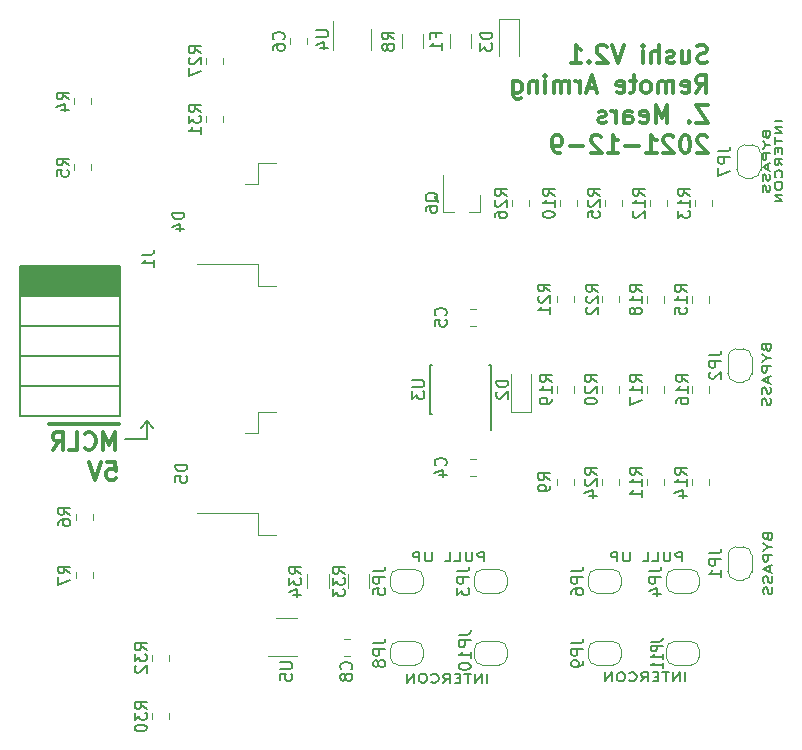
<source format=gbo>
G04 #@! TF.GenerationSoftware,KiCad,Pcbnew,(5.1.6)-1*
G04 #@! TF.CreationDate,2021-12-09T22:04:26-05:00*
G04 #@! TF.ProjectId,remote_arming,72656d6f-7465-45f6-9172-6d696e672e6b,rev?*
G04 #@! TF.SameCoordinates,Original*
G04 #@! TF.FileFunction,Legend,Bot*
G04 #@! TF.FilePolarity,Positive*
%FSLAX46Y46*%
G04 Gerber Fmt 4.6, Leading zero omitted, Abs format (unit mm)*
G04 Created by KiCad (PCBNEW (5.1.6)-1) date 2021-12-09 22:04:26*
%MOMM*%
%LPD*%
G01*
G04 APERTURE LIST*
%ADD10C,0.150000*%
%ADD11C,0.200000*%
%ADD12C,0.300000*%
%ADD13C,0.120000*%
G04 APERTURE END LIST*
D10*
X218392000Y-109559285D02*
X218392000Y-108809285D01*
X218011047Y-108809285D01*
X217915809Y-108845000D01*
X217868190Y-108880714D01*
X217820571Y-108952142D01*
X217820571Y-109059285D01*
X217868190Y-109130714D01*
X217915809Y-109166428D01*
X218011047Y-109202142D01*
X218392000Y-109202142D01*
X217392000Y-108809285D02*
X217392000Y-109416428D01*
X217344380Y-109487857D01*
X217296761Y-109523571D01*
X217201523Y-109559285D01*
X217011047Y-109559285D01*
X216915809Y-109523571D01*
X216868190Y-109487857D01*
X216820571Y-109416428D01*
X216820571Y-108809285D01*
X215868190Y-109559285D02*
X216344380Y-109559285D01*
X216344380Y-108809285D01*
X215058666Y-109559285D02*
X215534857Y-109559285D01*
X215534857Y-108809285D01*
X213963428Y-108809285D02*
X213963428Y-109416428D01*
X213915809Y-109487857D01*
X213868190Y-109523571D01*
X213772952Y-109559285D01*
X213582476Y-109559285D01*
X213487238Y-109523571D01*
X213439619Y-109487857D01*
X213392000Y-109416428D01*
X213392000Y-108809285D01*
X212915809Y-109559285D02*
X212915809Y-108809285D01*
X212534857Y-108809285D01*
X212439619Y-108845000D01*
X212392000Y-108880714D01*
X212344380Y-108952142D01*
X212344380Y-109059285D01*
X212392000Y-109130714D01*
X212439619Y-109166428D01*
X212534857Y-109202142D01*
X212915809Y-109202142D01*
X235156000Y-109559285D02*
X235156000Y-108809285D01*
X234775047Y-108809285D01*
X234679809Y-108845000D01*
X234632190Y-108880714D01*
X234584571Y-108952142D01*
X234584571Y-109059285D01*
X234632190Y-109130714D01*
X234679809Y-109166428D01*
X234775047Y-109202142D01*
X235156000Y-109202142D01*
X234156000Y-108809285D02*
X234156000Y-109416428D01*
X234108380Y-109487857D01*
X234060761Y-109523571D01*
X233965523Y-109559285D01*
X233775047Y-109559285D01*
X233679809Y-109523571D01*
X233632190Y-109487857D01*
X233584571Y-109416428D01*
X233584571Y-108809285D01*
X232632190Y-109559285D02*
X233108380Y-109559285D01*
X233108380Y-108809285D01*
X231822666Y-109559285D02*
X232298857Y-109559285D01*
X232298857Y-108809285D01*
X230727428Y-108809285D02*
X230727428Y-109416428D01*
X230679809Y-109487857D01*
X230632190Y-109523571D01*
X230536952Y-109559285D01*
X230346476Y-109559285D01*
X230251238Y-109523571D01*
X230203619Y-109487857D01*
X230156000Y-109416428D01*
X230156000Y-108809285D01*
X229679809Y-109559285D02*
X229679809Y-108809285D01*
X229298857Y-108809285D01*
X229203619Y-108845000D01*
X229156000Y-108880714D01*
X229108380Y-108952142D01*
X229108380Y-109059285D01*
X229156000Y-109130714D01*
X229203619Y-109166428D01*
X229298857Y-109202142D01*
X229679809Y-109202142D01*
X242256142Y-73453904D02*
X242284714Y-73596761D01*
X242313285Y-73644380D01*
X242370428Y-73692000D01*
X242456142Y-73692000D01*
X242513285Y-73644380D01*
X242541857Y-73596761D01*
X242570428Y-73501523D01*
X242570428Y-73120571D01*
X241970428Y-73120571D01*
X241970428Y-73453904D01*
X241999000Y-73549142D01*
X242027571Y-73596761D01*
X242084714Y-73644380D01*
X242141857Y-73644380D01*
X242199000Y-73596761D01*
X242227571Y-73549142D01*
X242256142Y-73453904D01*
X242256142Y-73120571D01*
X242284714Y-74311047D02*
X242570428Y-74311047D01*
X241970428Y-73977714D02*
X242284714Y-74311047D01*
X241970428Y-74644380D01*
X242570428Y-74977714D02*
X241970428Y-74977714D01*
X241970428Y-75358666D01*
X241999000Y-75453904D01*
X242027571Y-75501523D01*
X242084714Y-75549142D01*
X242170428Y-75549142D01*
X242227571Y-75501523D01*
X242256142Y-75453904D01*
X242284714Y-75358666D01*
X242284714Y-74977714D01*
X242399000Y-75930095D02*
X242399000Y-76406285D01*
X242570428Y-75834857D02*
X241970428Y-76168190D01*
X242570428Y-76501523D01*
X242541857Y-76787238D02*
X242570428Y-76930095D01*
X242570428Y-77168190D01*
X242541857Y-77263428D01*
X242513285Y-77311047D01*
X242456142Y-77358666D01*
X242399000Y-77358666D01*
X242341857Y-77311047D01*
X242313285Y-77263428D01*
X242284714Y-77168190D01*
X242256142Y-76977714D01*
X242227571Y-76882476D01*
X242199000Y-76834857D01*
X242141857Y-76787238D01*
X242084714Y-76787238D01*
X242027571Y-76834857D01*
X241999000Y-76882476D01*
X241970428Y-76977714D01*
X241970428Y-77215809D01*
X241999000Y-77358666D01*
X242541857Y-77739619D02*
X242570428Y-77882476D01*
X242570428Y-78120571D01*
X242541857Y-78215809D01*
X242513285Y-78263428D01*
X242456142Y-78311047D01*
X242399000Y-78311047D01*
X242341857Y-78263428D01*
X242313285Y-78215809D01*
X242284714Y-78120571D01*
X242256142Y-77930095D01*
X242227571Y-77834857D01*
X242199000Y-77787238D01*
X242141857Y-77739619D01*
X242084714Y-77739619D01*
X242027571Y-77787238D01*
X241999000Y-77834857D01*
X241970428Y-77930095D01*
X241970428Y-78168190D01*
X241999000Y-78311047D01*
X243620428Y-72287238D02*
X243020428Y-72287238D01*
X243620428Y-72763428D02*
X243020428Y-72763428D01*
X243620428Y-73334857D01*
X243020428Y-73334857D01*
X243020428Y-73668190D02*
X243020428Y-74239619D01*
X243620428Y-73953904D02*
X243020428Y-73953904D01*
X243306142Y-74572952D02*
X243306142Y-74906285D01*
X243620428Y-75049142D02*
X243620428Y-74572952D01*
X243020428Y-74572952D01*
X243020428Y-75049142D01*
X243620428Y-76049142D02*
X243334714Y-75715809D01*
X243620428Y-75477714D02*
X243020428Y-75477714D01*
X243020428Y-75858666D01*
X243049000Y-75953904D01*
X243077571Y-76001523D01*
X243134714Y-76049142D01*
X243220428Y-76049142D01*
X243277571Y-76001523D01*
X243306142Y-75953904D01*
X243334714Y-75858666D01*
X243334714Y-75477714D01*
X243563285Y-77049142D02*
X243591857Y-77001523D01*
X243620428Y-76858666D01*
X243620428Y-76763428D01*
X243591857Y-76620571D01*
X243534714Y-76525333D01*
X243477571Y-76477714D01*
X243363285Y-76430095D01*
X243277571Y-76430095D01*
X243163285Y-76477714D01*
X243106142Y-76525333D01*
X243049000Y-76620571D01*
X243020428Y-76763428D01*
X243020428Y-76858666D01*
X243049000Y-77001523D01*
X243077571Y-77049142D01*
X243020428Y-77668190D02*
X243020428Y-77858666D01*
X243049000Y-77953904D01*
X243106142Y-78049142D01*
X243220428Y-78096761D01*
X243420428Y-78096761D01*
X243534714Y-78049142D01*
X243591857Y-77953904D01*
X243620428Y-77858666D01*
X243620428Y-77668190D01*
X243591857Y-77572952D01*
X243534714Y-77477714D01*
X243420428Y-77430095D01*
X243220428Y-77430095D01*
X243106142Y-77477714D01*
X243049000Y-77572952D01*
X243020428Y-77668190D01*
X243620428Y-78525333D02*
X243020428Y-78525333D01*
X243620428Y-79096761D01*
X243020428Y-79096761D01*
X242262428Y-91487904D02*
X242298142Y-91630761D01*
X242333857Y-91678380D01*
X242405285Y-91726000D01*
X242512428Y-91726000D01*
X242583857Y-91678380D01*
X242619571Y-91630761D01*
X242655285Y-91535523D01*
X242655285Y-91154571D01*
X241905285Y-91154571D01*
X241905285Y-91487904D01*
X241941000Y-91583142D01*
X241976714Y-91630761D01*
X242048142Y-91678380D01*
X242119571Y-91678380D01*
X242191000Y-91630761D01*
X242226714Y-91583142D01*
X242262428Y-91487904D01*
X242262428Y-91154571D01*
X242298142Y-92345047D02*
X242655285Y-92345047D01*
X241905285Y-92011714D02*
X242298142Y-92345047D01*
X241905285Y-92678380D01*
X242655285Y-93011714D02*
X241905285Y-93011714D01*
X241905285Y-93392666D01*
X241941000Y-93487904D01*
X241976714Y-93535523D01*
X242048142Y-93583142D01*
X242155285Y-93583142D01*
X242226714Y-93535523D01*
X242262428Y-93487904D01*
X242298142Y-93392666D01*
X242298142Y-93011714D01*
X242441000Y-93964095D02*
X242441000Y-94440285D01*
X242655285Y-93868857D02*
X241905285Y-94202190D01*
X242655285Y-94535523D01*
X242619571Y-94821238D02*
X242655285Y-94964095D01*
X242655285Y-95202190D01*
X242619571Y-95297428D01*
X242583857Y-95345047D01*
X242512428Y-95392666D01*
X242441000Y-95392666D01*
X242369571Y-95345047D01*
X242333857Y-95297428D01*
X242298142Y-95202190D01*
X242262428Y-95011714D01*
X242226714Y-94916476D01*
X242191000Y-94868857D01*
X242119571Y-94821238D01*
X242048142Y-94821238D01*
X241976714Y-94868857D01*
X241941000Y-94916476D01*
X241905285Y-95011714D01*
X241905285Y-95249809D01*
X241941000Y-95392666D01*
X242619571Y-95773619D02*
X242655285Y-95916476D01*
X242655285Y-96154571D01*
X242619571Y-96249809D01*
X242583857Y-96297428D01*
X242512428Y-96345047D01*
X242441000Y-96345047D01*
X242369571Y-96297428D01*
X242333857Y-96249809D01*
X242298142Y-96154571D01*
X242262428Y-95964095D01*
X242226714Y-95868857D01*
X242191000Y-95821238D01*
X242119571Y-95773619D01*
X242048142Y-95773619D01*
X241976714Y-95821238D01*
X241941000Y-95868857D01*
X241905285Y-95964095D01*
X241905285Y-96202190D01*
X241941000Y-96345047D01*
X242389428Y-107489904D02*
X242425142Y-107632761D01*
X242460857Y-107680380D01*
X242532285Y-107728000D01*
X242639428Y-107728000D01*
X242710857Y-107680380D01*
X242746571Y-107632761D01*
X242782285Y-107537523D01*
X242782285Y-107156571D01*
X242032285Y-107156571D01*
X242032285Y-107489904D01*
X242068000Y-107585142D01*
X242103714Y-107632761D01*
X242175142Y-107680380D01*
X242246571Y-107680380D01*
X242318000Y-107632761D01*
X242353714Y-107585142D01*
X242389428Y-107489904D01*
X242389428Y-107156571D01*
X242425142Y-108347047D02*
X242782285Y-108347047D01*
X242032285Y-108013714D02*
X242425142Y-108347047D01*
X242032285Y-108680380D01*
X242782285Y-109013714D02*
X242032285Y-109013714D01*
X242032285Y-109394666D01*
X242068000Y-109489904D01*
X242103714Y-109537523D01*
X242175142Y-109585142D01*
X242282285Y-109585142D01*
X242353714Y-109537523D01*
X242389428Y-109489904D01*
X242425142Y-109394666D01*
X242425142Y-109013714D01*
X242568000Y-109966095D02*
X242568000Y-110442285D01*
X242782285Y-109870857D02*
X242032285Y-110204190D01*
X242782285Y-110537523D01*
X242746571Y-110823238D02*
X242782285Y-110966095D01*
X242782285Y-111204190D01*
X242746571Y-111299428D01*
X242710857Y-111347047D01*
X242639428Y-111394666D01*
X242568000Y-111394666D01*
X242496571Y-111347047D01*
X242460857Y-111299428D01*
X242425142Y-111204190D01*
X242389428Y-111013714D01*
X242353714Y-110918476D01*
X242318000Y-110870857D01*
X242246571Y-110823238D01*
X242175142Y-110823238D01*
X242103714Y-110870857D01*
X242068000Y-110918476D01*
X242032285Y-111013714D01*
X242032285Y-111251809D01*
X242068000Y-111394666D01*
X242746571Y-111775619D02*
X242782285Y-111918476D01*
X242782285Y-112156571D01*
X242746571Y-112251809D01*
X242710857Y-112299428D01*
X242639428Y-112347047D01*
X242568000Y-112347047D01*
X242496571Y-112299428D01*
X242460857Y-112251809D01*
X242425142Y-112156571D01*
X242389428Y-111966095D01*
X242353714Y-111870857D01*
X242318000Y-111823238D01*
X242246571Y-111775619D01*
X242175142Y-111775619D01*
X242103714Y-111823238D01*
X242068000Y-111870857D01*
X242032285Y-111966095D01*
X242032285Y-112204190D01*
X242068000Y-112347047D01*
X235433761Y-119719285D02*
X235433761Y-118969285D01*
X234957571Y-119719285D02*
X234957571Y-118969285D01*
X234386142Y-119719285D01*
X234386142Y-118969285D01*
X234052809Y-118969285D02*
X233481380Y-118969285D01*
X233767095Y-119719285D02*
X233767095Y-118969285D01*
X233148047Y-119326428D02*
X232814714Y-119326428D01*
X232671857Y-119719285D02*
X233148047Y-119719285D01*
X233148047Y-118969285D01*
X232671857Y-118969285D01*
X231671857Y-119719285D02*
X232005190Y-119362142D01*
X232243285Y-119719285D02*
X232243285Y-118969285D01*
X231862333Y-118969285D01*
X231767095Y-119005000D01*
X231719476Y-119040714D01*
X231671857Y-119112142D01*
X231671857Y-119219285D01*
X231719476Y-119290714D01*
X231767095Y-119326428D01*
X231862333Y-119362142D01*
X232243285Y-119362142D01*
X230671857Y-119647857D02*
X230719476Y-119683571D01*
X230862333Y-119719285D01*
X230957571Y-119719285D01*
X231100428Y-119683571D01*
X231195666Y-119612142D01*
X231243285Y-119540714D01*
X231290904Y-119397857D01*
X231290904Y-119290714D01*
X231243285Y-119147857D01*
X231195666Y-119076428D01*
X231100428Y-119005000D01*
X230957571Y-118969285D01*
X230862333Y-118969285D01*
X230719476Y-119005000D01*
X230671857Y-119040714D01*
X230052809Y-118969285D02*
X229862333Y-118969285D01*
X229767095Y-119005000D01*
X229671857Y-119076428D01*
X229624238Y-119219285D01*
X229624238Y-119469285D01*
X229671857Y-119612142D01*
X229767095Y-119683571D01*
X229862333Y-119719285D01*
X230052809Y-119719285D01*
X230148047Y-119683571D01*
X230243285Y-119612142D01*
X230290904Y-119469285D01*
X230290904Y-119219285D01*
X230243285Y-119076428D01*
X230148047Y-119005000D01*
X230052809Y-118969285D01*
X229195666Y-119719285D02*
X229195666Y-118969285D01*
X228624238Y-119719285D01*
X228624238Y-118969285D01*
X218669761Y-119846285D02*
X218669761Y-119096285D01*
X218193571Y-119846285D02*
X218193571Y-119096285D01*
X217622142Y-119846285D01*
X217622142Y-119096285D01*
X217288809Y-119096285D02*
X216717380Y-119096285D01*
X217003095Y-119846285D02*
X217003095Y-119096285D01*
X216384047Y-119453428D02*
X216050714Y-119453428D01*
X215907857Y-119846285D02*
X216384047Y-119846285D01*
X216384047Y-119096285D01*
X215907857Y-119096285D01*
X214907857Y-119846285D02*
X215241190Y-119489142D01*
X215479285Y-119846285D02*
X215479285Y-119096285D01*
X215098333Y-119096285D01*
X215003095Y-119132000D01*
X214955476Y-119167714D01*
X214907857Y-119239142D01*
X214907857Y-119346285D01*
X214955476Y-119417714D01*
X215003095Y-119453428D01*
X215098333Y-119489142D01*
X215479285Y-119489142D01*
X213907857Y-119774857D02*
X213955476Y-119810571D01*
X214098333Y-119846285D01*
X214193571Y-119846285D01*
X214336428Y-119810571D01*
X214431666Y-119739142D01*
X214479285Y-119667714D01*
X214526904Y-119524857D01*
X214526904Y-119417714D01*
X214479285Y-119274857D01*
X214431666Y-119203428D01*
X214336428Y-119132000D01*
X214193571Y-119096285D01*
X214098333Y-119096285D01*
X213955476Y-119132000D01*
X213907857Y-119167714D01*
X213288809Y-119096285D02*
X213098333Y-119096285D01*
X213003095Y-119132000D01*
X212907857Y-119203428D01*
X212860238Y-119346285D01*
X212860238Y-119596285D01*
X212907857Y-119739142D01*
X213003095Y-119810571D01*
X213098333Y-119846285D01*
X213288809Y-119846285D01*
X213384047Y-119810571D01*
X213479285Y-119739142D01*
X213526904Y-119596285D01*
X213526904Y-119346285D01*
X213479285Y-119203428D01*
X213384047Y-119132000D01*
X213288809Y-119096285D01*
X212431666Y-119846285D02*
X212431666Y-119096285D01*
X211860238Y-119846285D01*
X211860238Y-119096285D01*
D11*
X189865000Y-97663000D02*
X190373000Y-98298000D01*
X189865000Y-97663000D02*
X189357000Y-98298000D01*
X189865000Y-99187000D02*
X189865000Y-97663000D01*
X187960000Y-99187000D02*
X189865000Y-99187000D01*
D12*
X187511000Y-97966000D02*
X185796714Y-97966000D01*
X187153857Y-100114571D02*
X187153857Y-98614571D01*
X186653857Y-99686000D01*
X186153857Y-98614571D01*
X186153857Y-100114571D01*
X185796714Y-97966000D02*
X184296714Y-97966000D01*
X184582428Y-99971714D02*
X184653857Y-100043142D01*
X184868142Y-100114571D01*
X185011000Y-100114571D01*
X185225285Y-100043142D01*
X185368142Y-99900285D01*
X185439571Y-99757428D01*
X185511000Y-99471714D01*
X185511000Y-99257428D01*
X185439571Y-98971714D01*
X185368142Y-98828857D01*
X185225285Y-98686000D01*
X185011000Y-98614571D01*
X184868142Y-98614571D01*
X184653857Y-98686000D01*
X184582428Y-98757428D01*
X184296714Y-97966000D02*
X183082428Y-97966000D01*
X183225285Y-100114571D02*
X183939571Y-100114571D01*
X183939571Y-98614571D01*
X183082428Y-97966000D02*
X181582428Y-97966000D01*
X181868142Y-100114571D02*
X182368142Y-99400285D01*
X182725285Y-100114571D02*
X182725285Y-98614571D01*
X182153857Y-98614571D01*
X182011000Y-98686000D01*
X181939571Y-98757428D01*
X181868142Y-98900285D01*
X181868142Y-99114571D01*
X181939571Y-99257428D01*
X182011000Y-99328857D01*
X182153857Y-99400285D01*
X182725285Y-99400285D01*
X186439571Y-101164571D02*
X187153857Y-101164571D01*
X187225285Y-101878857D01*
X187153857Y-101807428D01*
X187011000Y-101736000D01*
X186653857Y-101736000D01*
X186511000Y-101807428D01*
X186439571Y-101878857D01*
X186368142Y-102021714D01*
X186368142Y-102378857D01*
X186439571Y-102521714D01*
X186511000Y-102593142D01*
X186653857Y-102664571D01*
X187011000Y-102664571D01*
X187153857Y-102593142D01*
X187225285Y-102521714D01*
X185939571Y-101164571D02*
X185439571Y-102664571D01*
X184939571Y-101164571D01*
X237269285Y-67282142D02*
X237055000Y-67353571D01*
X236697857Y-67353571D01*
X236555000Y-67282142D01*
X236483571Y-67210714D01*
X236412142Y-67067857D01*
X236412142Y-66925000D01*
X236483571Y-66782142D01*
X236555000Y-66710714D01*
X236697857Y-66639285D01*
X236983571Y-66567857D01*
X237126428Y-66496428D01*
X237197857Y-66425000D01*
X237269285Y-66282142D01*
X237269285Y-66139285D01*
X237197857Y-65996428D01*
X237126428Y-65925000D01*
X236983571Y-65853571D01*
X236626428Y-65853571D01*
X236412142Y-65925000D01*
X235126428Y-66353571D02*
X235126428Y-67353571D01*
X235769285Y-66353571D02*
X235769285Y-67139285D01*
X235697857Y-67282142D01*
X235555000Y-67353571D01*
X235340714Y-67353571D01*
X235197857Y-67282142D01*
X235126428Y-67210714D01*
X234483571Y-67282142D02*
X234340714Y-67353571D01*
X234055000Y-67353571D01*
X233912142Y-67282142D01*
X233840714Y-67139285D01*
X233840714Y-67067857D01*
X233912142Y-66925000D01*
X234055000Y-66853571D01*
X234269285Y-66853571D01*
X234412142Y-66782142D01*
X234483571Y-66639285D01*
X234483571Y-66567857D01*
X234412142Y-66425000D01*
X234269285Y-66353571D01*
X234055000Y-66353571D01*
X233912142Y-66425000D01*
X233197857Y-67353571D02*
X233197857Y-65853571D01*
X232555000Y-67353571D02*
X232555000Y-66567857D01*
X232626428Y-66425000D01*
X232769285Y-66353571D01*
X232983571Y-66353571D01*
X233126428Y-66425000D01*
X233197857Y-66496428D01*
X231840714Y-67353571D02*
X231840714Y-66353571D01*
X231840714Y-65853571D02*
X231912142Y-65925000D01*
X231840714Y-65996428D01*
X231769285Y-65925000D01*
X231840714Y-65853571D01*
X231840714Y-65996428D01*
X230197857Y-65853571D02*
X229697857Y-67353571D01*
X229197857Y-65853571D01*
X228769285Y-65996428D02*
X228697857Y-65925000D01*
X228555000Y-65853571D01*
X228197857Y-65853571D01*
X228055000Y-65925000D01*
X227983571Y-65996428D01*
X227912142Y-66139285D01*
X227912142Y-66282142D01*
X227983571Y-66496428D01*
X228840714Y-67353571D01*
X227912142Y-67353571D01*
X227269285Y-67210714D02*
X227197857Y-67282142D01*
X227269285Y-67353571D01*
X227340714Y-67282142D01*
X227269285Y-67210714D01*
X227269285Y-67353571D01*
X225769285Y-67353571D02*
X226626428Y-67353571D01*
X226197857Y-67353571D02*
X226197857Y-65853571D01*
X226340714Y-66067857D01*
X226483571Y-66210714D01*
X226626428Y-66282142D01*
X236340714Y-69903571D02*
X236840714Y-69189285D01*
X237197857Y-69903571D02*
X237197857Y-68403571D01*
X236626428Y-68403571D01*
X236483571Y-68475000D01*
X236412142Y-68546428D01*
X236340714Y-68689285D01*
X236340714Y-68903571D01*
X236412142Y-69046428D01*
X236483571Y-69117857D01*
X236626428Y-69189285D01*
X237197857Y-69189285D01*
X235126428Y-69832142D02*
X235269285Y-69903571D01*
X235555000Y-69903571D01*
X235697857Y-69832142D01*
X235769285Y-69689285D01*
X235769285Y-69117857D01*
X235697857Y-68975000D01*
X235555000Y-68903571D01*
X235269285Y-68903571D01*
X235126428Y-68975000D01*
X235055000Y-69117857D01*
X235055000Y-69260714D01*
X235769285Y-69403571D01*
X234412142Y-69903571D02*
X234412142Y-68903571D01*
X234412142Y-69046428D02*
X234340714Y-68975000D01*
X234197857Y-68903571D01*
X233983571Y-68903571D01*
X233840714Y-68975000D01*
X233769285Y-69117857D01*
X233769285Y-69903571D01*
X233769285Y-69117857D02*
X233697857Y-68975000D01*
X233555000Y-68903571D01*
X233340714Y-68903571D01*
X233197857Y-68975000D01*
X233126428Y-69117857D01*
X233126428Y-69903571D01*
X232197857Y-69903571D02*
X232340714Y-69832142D01*
X232412142Y-69760714D01*
X232483571Y-69617857D01*
X232483571Y-69189285D01*
X232412142Y-69046428D01*
X232340714Y-68975000D01*
X232197857Y-68903571D01*
X231983571Y-68903571D01*
X231840714Y-68975000D01*
X231769285Y-69046428D01*
X231697857Y-69189285D01*
X231697857Y-69617857D01*
X231769285Y-69760714D01*
X231840714Y-69832142D01*
X231983571Y-69903571D01*
X232197857Y-69903571D01*
X231269285Y-68903571D02*
X230697857Y-68903571D01*
X231055000Y-68403571D02*
X231055000Y-69689285D01*
X230983571Y-69832142D01*
X230840714Y-69903571D01*
X230697857Y-69903571D01*
X229626428Y-69832142D02*
X229769285Y-69903571D01*
X230055000Y-69903571D01*
X230197857Y-69832142D01*
X230269285Y-69689285D01*
X230269285Y-69117857D01*
X230197857Y-68975000D01*
X230055000Y-68903571D01*
X229769285Y-68903571D01*
X229626428Y-68975000D01*
X229555000Y-69117857D01*
X229555000Y-69260714D01*
X230269285Y-69403571D01*
X227840714Y-69475000D02*
X227126428Y-69475000D01*
X227983571Y-69903571D02*
X227483571Y-68403571D01*
X226983571Y-69903571D01*
X226483571Y-69903571D02*
X226483571Y-68903571D01*
X226483571Y-69189285D02*
X226412142Y-69046428D01*
X226340714Y-68975000D01*
X226197857Y-68903571D01*
X226055000Y-68903571D01*
X225555000Y-69903571D02*
X225555000Y-68903571D01*
X225555000Y-69046428D02*
X225483571Y-68975000D01*
X225340714Y-68903571D01*
X225126428Y-68903571D01*
X224983571Y-68975000D01*
X224912142Y-69117857D01*
X224912142Y-69903571D01*
X224912142Y-69117857D02*
X224840714Y-68975000D01*
X224697857Y-68903571D01*
X224483571Y-68903571D01*
X224340714Y-68975000D01*
X224269285Y-69117857D01*
X224269285Y-69903571D01*
X223555000Y-69903571D02*
X223555000Y-68903571D01*
X223555000Y-68403571D02*
X223626428Y-68475000D01*
X223555000Y-68546428D01*
X223483571Y-68475000D01*
X223555000Y-68403571D01*
X223555000Y-68546428D01*
X222840714Y-68903571D02*
X222840714Y-69903571D01*
X222840714Y-69046428D02*
X222769285Y-68975000D01*
X222626428Y-68903571D01*
X222412142Y-68903571D01*
X222269285Y-68975000D01*
X222197857Y-69117857D01*
X222197857Y-69903571D01*
X220840714Y-68903571D02*
X220840714Y-70117857D01*
X220912142Y-70260714D01*
X220983571Y-70332142D01*
X221126428Y-70403571D01*
X221340714Y-70403571D01*
X221483571Y-70332142D01*
X220840714Y-69832142D02*
X220983571Y-69903571D01*
X221269285Y-69903571D01*
X221412142Y-69832142D01*
X221483571Y-69760714D01*
X221555000Y-69617857D01*
X221555000Y-69189285D01*
X221483571Y-69046428D01*
X221412142Y-68975000D01*
X221269285Y-68903571D01*
X220983571Y-68903571D01*
X220840714Y-68975000D01*
X237340714Y-70953571D02*
X236340714Y-70953571D01*
X237340714Y-72453571D01*
X236340714Y-72453571D01*
X235769285Y-72310714D02*
X235697857Y-72382142D01*
X235769285Y-72453571D01*
X235840714Y-72382142D01*
X235769285Y-72310714D01*
X235769285Y-72453571D01*
X233912142Y-72453571D02*
X233912142Y-70953571D01*
X233412142Y-72025000D01*
X232912142Y-70953571D01*
X232912142Y-72453571D01*
X231626428Y-72382142D02*
X231769285Y-72453571D01*
X232055000Y-72453571D01*
X232197857Y-72382142D01*
X232269285Y-72239285D01*
X232269285Y-71667857D01*
X232197857Y-71525000D01*
X232055000Y-71453571D01*
X231769285Y-71453571D01*
X231626428Y-71525000D01*
X231555000Y-71667857D01*
X231555000Y-71810714D01*
X232269285Y-71953571D01*
X230269285Y-72453571D02*
X230269285Y-71667857D01*
X230340714Y-71525000D01*
X230483571Y-71453571D01*
X230769285Y-71453571D01*
X230912142Y-71525000D01*
X230269285Y-72382142D02*
X230412142Y-72453571D01*
X230769285Y-72453571D01*
X230912142Y-72382142D01*
X230983571Y-72239285D01*
X230983571Y-72096428D01*
X230912142Y-71953571D01*
X230769285Y-71882142D01*
X230412142Y-71882142D01*
X230269285Y-71810714D01*
X229555000Y-72453571D02*
X229555000Y-71453571D01*
X229555000Y-71739285D02*
X229483571Y-71596428D01*
X229412142Y-71525000D01*
X229269285Y-71453571D01*
X229126428Y-71453571D01*
X228697857Y-72382142D02*
X228555000Y-72453571D01*
X228269285Y-72453571D01*
X228126428Y-72382142D01*
X228055000Y-72239285D01*
X228055000Y-72167857D01*
X228126428Y-72025000D01*
X228269285Y-71953571D01*
X228483571Y-71953571D01*
X228626428Y-71882142D01*
X228697857Y-71739285D01*
X228697857Y-71667857D01*
X228626428Y-71525000D01*
X228483571Y-71453571D01*
X228269285Y-71453571D01*
X228126428Y-71525000D01*
X237269285Y-73646428D02*
X237197857Y-73575000D01*
X237055000Y-73503571D01*
X236697857Y-73503571D01*
X236555000Y-73575000D01*
X236483571Y-73646428D01*
X236412142Y-73789285D01*
X236412142Y-73932142D01*
X236483571Y-74146428D01*
X237340714Y-75003571D01*
X236412142Y-75003571D01*
X235483571Y-73503571D02*
X235340714Y-73503571D01*
X235197857Y-73575000D01*
X235126428Y-73646428D01*
X235055000Y-73789285D01*
X234983571Y-74075000D01*
X234983571Y-74432142D01*
X235055000Y-74717857D01*
X235126428Y-74860714D01*
X235197857Y-74932142D01*
X235340714Y-75003571D01*
X235483571Y-75003571D01*
X235626428Y-74932142D01*
X235697857Y-74860714D01*
X235769285Y-74717857D01*
X235840714Y-74432142D01*
X235840714Y-74075000D01*
X235769285Y-73789285D01*
X235697857Y-73646428D01*
X235626428Y-73575000D01*
X235483571Y-73503571D01*
X234412142Y-73646428D02*
X234340714Y-73575000D01*
X234197857Y-73503571D01*
X233840714Y-73503571D01*
X233697857Y-73575000D01*
X233626428Y-73646428D01*
X233555000Y-73789285D01*
X233555000Y-73932142D01*
X233626428Y-74146428D01*
X234483571Y-75003571D01*
X233555000Y-75003571D01*
X232126428Y-75003571D02*
X232983571Y-75003571D01*
X232555000Y-75003571D02*
X232555000Y-73503571D01*
X232697857Y-73717857D01*
X232840714Y-73860714D01*
X232983571Y-73932142D01*
X231483571Y-74432142D02*
X230340714Y-74432142D01*
X228840714Y-75003571D02*
X229697857Y-75003571D01*
X229269285Y-75003571D02*
X229269285Y-73503571D01*
X229412142Y-73717857D01*
X229555000Y-73860714D01*
X229697857Y-73932142D01*
X228269285Y-73646428D02*
X228197857Y-73575000D01*
X228055000Y-73503571D01*
X227697857Y-73503571D01*
X227555000Y-73575000D01*
X227483571Y-73646428D01*
X227412142Y-73789285D01*
X227412142Y-73932142D01*
X227483571Y-74146428D01*
X228340714Y-75003571D01*
X227412142Y-75003571D01*
X226769285Y-74432142D02*
X225626428Y-74432142D01*
X224840714Y-75003571D02*
X224555000Y-75003571D01*
X224412142Y-74932142D01*
X224340714Y-74860714D01*
X224197857Y-74646428D01*
X224126428Y-74360714D01*
X224126428Y-73789285D01*
X224197857Y-73646428D01*
X224269285Y-73575000D01*
X224412142Y-73503571D01*
X224697857Y-73503571D01*
X224840714Y-73575000D01*
X224912142Y-73646428D01*
X224983571Y-73789285D01*
X224983571Y-74146428D01*
X224912142Y-74289285D01*
X224840714Y-74360714D01*
X224697857Y-74432142D01*
X224412142Y-74432142D01*
X224269285Y-74360714D01*
X224197857Y-74289285D01*
X224126428Y-74146428D01*
D13*
X239730000Y-94364000D02*
X240330000Y-94364000D01*
X239030000Y-92264000D02*
X239030000Y-93664000D01*
X240330000Y-91564000D02*
X239730000Y-91564000D01*
X241030000Y-93664000D02*
X241030000Y-92264000D01*
X240330000Y-94364000D02*
G75*
G03*
X241030000Y-93664000I0J700000D01*
G01*
X239030000Y-93664000D02*
G75*
G03*
X239730000Y-94364000I700000J0D01*
G01*
X239730000Y-91564000D02*
G75*
G03*
X239030000Y-92264000I0J-700000D01*
G01*
X241030000Y-92264000D02*
G75*
G03*
X240330000Y-91564000I-700000J0D01*
G01*
D10*
X187592000Y-84582000D02*
X187592000Y-97282000D01*
X179092000Y-84582000D02*
X179092000Y-97282000D01*
X187592000Y-84582000D02*
X179092000Y-84582000D01*
X187592000Y-97282000D02*
X179092000Y-97282000D01*
X187592000Y-94742000D02*
X179092000Y-94742000D01*
X187592000Y-89662000D02*
X179092000Y-89662000D01*
X187592000Y-92202000D02*
X179092000Y-92202000D01*
X187592000Y-87122000D02*
X179092000Y-87122000D01*
G36*
X179146200Y-84632800D02*
G01*
X179146200Y-87071200D01*
X187528200Y-87071200D01*
X187528200Y-84632800D01*
X179146200Y-84632800D01*
G37*
X179146200Y-84632800D02*
X179146200Y-87071200D01*
X187528200Y-87071200D01*
X187528200Y-84632800D01*
X179146200Y-84632800D01*
D13*
X217676252Y-100890000D02*
X217153748Y-100890000D01*
X217676252Y-102310000D02*
X217153748Y-102310000D01*
X217676252Y-88190000D02*
X217153748Y-88190000D01*
X217676252Y-89610000D02*
X217153748Y-89610000D01*
X201982000Y-65279748D02*
X201982000Y-65802252D01*
X203402000Y-65279748D02*
X203402000Y-65802252D01*
D10*
X218983000Y-97071000D02*
X218933000Y-97071000D01*
X218983000Y-92921000D02*
X218838000Y-92921000D01*
X213833000Y-92921000D02*
X213978000Y-92921000D01*
X213833000Y-97071000D02*
X213978000Y-97071000D01*
X218983000Y-97071000D02*
X218983000Y-92921000D01*
X213833000Y-97071000D02*
X213833000Y-92921000D01*
X218933000Y-97071000D02*
X218933000Y-98471000D01*
D13*
X208808000Y-64458000D02*
X208808000Y-66258000D01*
X205588000Y-66258000D02*
X205588000Y-63808000D01*
X239730000Y-111128000D02*
X240330000Y-111128000D01*
X239030000Y-109028000D02*
X239030000Y-110428000D01*
X240330000Y-108328000D02*
X239730000Y-108328000D01*
X241030000Y-110428000D02*
X241030000Y-109028000D01*
X240330000Y-111128000D02*
G75*
G03*
X241030000Y-110428000I0J700000D01*
G01*
X239030000Y-110428000D02*
G75*
G03*
X239730000Y-111128000I700000J0D01*
G01*
X239730000Y-108328000D02*
G75*
G03*
X239030000Y-109028000I0J-700000D01*
G01*
X241030000Y-109028000D02*
G75*
G03*
X240330000Y-108328000I-700000J0D01*
G01*
X183694000Y-70359748D02*
X183694000Y-70882252D01*
X185114000Y-70359748D02*
X185114000Y-70882252D01*
X183694000Y-75947748D02*
X183694000Y-76470252D01*
X185114000Y-75947748D02*
X185114000Y-76470252D01*
X183821000Y-105529748D02*
X183821000Y-106052252D01*
X185241000Y-105529748D02*
X185241000Y-106052252D01*
X183821000Y-110491748D02*
X183821000Y-111014252D01*
X185241000Y-110491748D02*
X185241000Y-111014252D01*
X226008000Y-103122252D02*
X226008000Y-102599748D01*
X224588000Y-103122252D02*
X224588000Y-102599748D01*
X224842000Y-78977748D02*
X224842000Y-79500252D01*
X226262000Y-78977748D02*
X226262000Y-79500252D01*
X232208000Y-102599748D02*
X232208000Y-103122252D01*
X233628000Y-102599748D02*
X233628000Y-103122252D01*
X232462000Y-78977748D02*
X232462000Y-79500252D01*
X233882000Y-78977748D02*
X233882000Y-79500252D01*
X236272000Y-78977748D02*
X236272000Y-79500252D01*
X237692000Y-78977748D02*
X237692000Y-79500252D01*
X236018000Y-102599748D02*
X236018000Y-103122252D01*
X237438000Y-102599748D02*
X237438000Y-103122252D01*
X236018000Y-87141748D02*
X236018000Y-87664252D01*
X237438000Y-87141748D02*
X237438000Y-87664252D01*
X237438000Y-95284252D02*
X237438000Y-94761748D01*
X236018000Y-95284252D02*
X236018000Y-94761748D01*
X232208000Y-94761748D02*
X232208000Y-95284252D01*
X233628000Y-94761748D02*
X233628000Y-95284252D01*
X232208000Y-87141748D02*
X232208000Y-87664252D01*
X233628000Y-87141748D02*
X233628000Y-87664252D01*
X224588000Y-94761748D02*
X224588000Y-95284252D01*
X226008000Y-94761748D02*
X226008000Y-95284252D01*
X228398000Y-94761748D02*
X228398000Y-95284252D01*
X229818000Y-94761748D02*
X229818000Y-95284252D01*
X226008000Y-87637252D02*
X226008000Y-87114748D01*
X224588000Y-87637252D02*
X224588000Y-87114748D01*
X229818000Y-87637252D02*
X229818000Y-87114748D01*
X228398000Y-87637252D02*
X228398000Y-87114748D01*
X228398000Y-102599748D02*
X228398000Y-103122252D01*
X229818000Y-102599748D02*
X229818000Y-103122252D01*
X228652000Y-78977748D02*
X228652000Y-79500252D01*
X230072000Y-78977748D02*
X230072000Y-79500252D01*
X217318000Y-66097564D02*
X217318000Y-64893436D01*
X215498000Y-66097564D02*
X215498000Y-64893436D01*
X213254000Y-66097564D02*
X213254000Y-64893436D01*
X211434000Y-66097564D02*
X211434000Y-64893436D01*
X220348000Y-111552000D02*
X220348000Y-110952000D01*
X218248000Y-112252000D02*
X219648000Y-112252000D01*
X217548000Y-110952000D02*
X217548000Y-111552000D01*
X219648000Y-110252000D02*
X218248000Y-110252000D01*
X220348000Y-110952000D02*
G75*
G03*
X219648000Y-110252000I-700000J0D01*
G01*
X219648000Y-112252000D02*
G75*
G03*
X220348000Y-111552000I0J700000D01*
G01*
X217548000Y-111552000D02*
G75*
G03*
X218248000Y-112252000I700000J0D01*
G01*
X218248000Y-110252000D02*
G75*
G03*
X217548000Y-110952000I0J-700000D01*
G01*
X236604000Y-111552000D02*
X236604000Y-110952000D01*
X234504000Y-112252000D02*
X235904000Y-112252000D01*
X233804000Y-110952000D02*
X233804000Y-111552000D01*
X235904000Y-110252000D02*
X234504000Y-110252000D01*
X236604000Y-110952000D02*
G75*
G03*
X235904000Y-110252000I-700000J0D01*
G01*
X235904000Y-112252000D02*
G75*
G03*
X236604000Y-111552000I0J700000D01*
G01*
X233804000Y-111552000D02*
G75*
G03*
X234504000Y-112252000I700000J0D01*
G01*
X234504000Y-110252000D02*
G75*
G03*
X233804000Y-110952000I0J-700000D01*
G01*
X210436000Y-110952000D02*
X210436000Y-111552000D01*
X212536000Y-110252000D02*
X211136000Y-110252000D01*
X213236000Y-111552000D02*
X213236000Y-110952000D01*
X211136000Y-112252000D02*
X212536000Y-112252000D01*
X210436000Y-111552000D02*
G75*
G03*
X211136000Y-112252000I700000J0D01*
G01*
X211136000Y-110252000D02*
G75*
G03*
X210436000Y-110952000I0J-700000D01*
G01*
X213236000Y-110952000D02*
G75*
G03*
X212536000Y-110252000I-700000J0D01*
G01*
X212536000Y-112252000D02*
G75*
G03*
X213236000Y-111552000I0J700000D01*
G01*
X227200000Y-110952000D02*
X227200000Y-111552000D01*
X229300000Y-110252000D02*
X227900000Y-110252000D01*
X230000000Y-111552000D02*
X230000000Y-110952000D01*
X227900000Y-112252000D02*
X229300000Y-112252000D01*
X227200000Y-111552000D02*
G75*
G03*
X227900000Y-112252000I700000J0D01*
G01*
X227900000Y-110252000D02*
G75*
G03*
X227200000Y-110952000I0J-700000D01*
G01*
X230000000Y-110952000D02*
G75*
G03*
X229300000Y-110252000I-700000J0D01*
G01*
X229300000Y-112252000D02*
G75*
G03*
X230000000Y-111552000I0J700000D01*
G01*
X240492000Y-77092000D02*
X241092000Y-77092000D01*
X239792000Y-74992000D02*
X239792000Y-76392000D01*
X241092000Y-74292000D02*
X240492000Y-74292000D01*
X241792000Y-76392000D02*
X241792000Y-74992000D01*
X241092000Y-77092000D02*
G75*
G03*
X241792000Y-76392000I0J700000D01*
G01*
X239792000Y-76392000D02*
G75*
G03*
X240492000Y-77092000I700000J0D01*
G01*
X240492000Y-74292000D02*
G75*
G03*
X239792000Y-74992000I0J-700000D01*
G01*
X241792000Y-74992000D02*
G75*
G03*
X241092000Y-74292000I-700000J0D01*
G01*
X210436000Y-117048000D02*
X210436000Y-117648000D01*
X212536000Y-116348000D02*
X211136000Y-116348000D01*
X213236000Y-117648000D02*
X213236000Y-117048000D01*
X211136000Y-118348000D02*
X212536000Y-118348000D01*
X210436000Y-117648000D02*
G75*
G03*
X211136000Y-118348000I700000J0D01*
G01*
X211136000Y-116348000D02*
G75*
G03*
X210436000Y-117048000I0J-700000D01*
G01*
X213236000Y-117048000D02*
G75*
G03*
X212536000Y-116348000I-700000J0D01*
G01*
X212536000Y-118348000D02*
G75*
G03*
X213236000Y-117648000I0J700000D01*
G01*
X227200000Y-117048000D02*
X227200000Y-117648000D01*
X229300000Y-116348000D02*
X227900000Y-116348000D01*
X230000000Y-117648000D02*
X230000000Y-117048000D01*
X227900000Y-118348000D02*
X229300000Y-118348000D01*
X227200000Y-117648000D02*
G75*
G03*
X227900000Y-118348000I700000J0D01*
G01*
X227900000Y-116348000D02*
G75*
G03*
X227200000Y-117048000I0J-700000D01*
G01*
X230000000Y-117048000D02*
G75*
G03*
X229300000Y-116348000I-700000J0D01*
G01*
X229300000Y-118348000D02*
G75*
G03*
X230000000Y-117648000I0J700000D01*
G01*
X220348000Y-117648000D02*
X220348000Y-117048000D01*
X218248000Y-118348000D02*
X219648000Y-118348000D01*
X217548000Y-117048000D02*
X217548000Y-117648000D01*
X219648000Y-116348000D02*
X218248000Y-116348000D01*
X220348000Y-117048000D02*
G75*
G03*
X219648000Y-116348000I-700000J0D01*
G01*
X219648000Y-118348000D02*
G75*
G03*
X220348000Y-117648000I0J700000D01*
G01*
X217548000Y-117648000D02*
G75*
G03*
X218248000Y-118348000I700000J0D01*
G01*
X218248000Y-116348000D02*
G75*
G03*
X217548000Y-117048000I0J-700000D01*
G01*
X236604000Y-117648000D02*
X236604000Y-117048000D01*
X234504000Y-118348000D02*
X235904000Y-118348000D01*
X233804000Y-117048000D02*
X233804000Y-117648000D01*
X235904000Y-116348000D02*
X234504000Y-116348000D01*
X236604000Y-117048000D02*
G75*
G03*
X235904000Y-116348000I-700000J0D01*
G01*
X235904000Y-118348000D02*
G75*
G03*
X236604000Y-117648000I0J700000D01*
G01*
X233804000Y-117648000D02*
G75*
G03*
X234504000Y-118348000I700000J0D01*
G01*
X234504000Y-116348000D02*
G75*
G03*
X233804000Y-117048000I0J-700000D01*
G01*
X222338000Y-96896000D02*
X220638000Y-96896000D01*
X220638000Y-96896000D02*
X220638000Y-93746000D01*
X222338000Y-96896000D02*
X222338000Y-93746000D01*
X219622000Y-63632000D02*
X221322000Y-63632000D01*
X221322000Y-63632000D02*
X221322000Y-66782000D01*
X219622000Y-63632000D02*
X219622000Y-66782000D01*
X220778000Y-78995748D02*
X220778000Y-79518252D01*
X222198000Y-78995748D02*
X222198000Y-79518252D01*
X218054000Y-79984000D02*
X217124000Y-79984000D01*
X214894000Y-79984000D02*
X215824000Y-79984000D01*
X214894000Y-79984000D02*
X214894000Y-76824000D01*
X218054000Y-79984000D02*
X218054000Y-78524000D01*
X200734000Y-86226000D02*
X199234000Y-86226000D01*
X199234000Y-86226000D02*
X199234000Y-84416000D01*
X199234000Y-84416000D02*
X194109000Y-84416000D01*
X200734000Y-75826000D02*
X199234000Y-75826000D01*
X199234000Y-75826000D02*
X199234000Y-77636000D01*
X199234000Y-77636000D02*
X198134000Y-77636000D01*
X200734000Y-107308000D02*
X199234000Y-107308000D01*
X199234000Y-107308000D02*
X199234000Y-105498000D01*
X199234000Y-105498000D02*
X194109000Y-105498000D01*
X200734000Y-96908000D02*
X199234000Y-96908000D01*
X199234000Y-96908000D02*
X199234000Y-98718000D01*
X199234000Y-98718000D02*
X198134000Y-98718000D01*
X207017252Y-117550000D02*
X206494748Y-117550000D01*
X207017252Y-116130000D02*
X206494748Y-116130000D01*
X194870000Y-67444252D02*
X194870000Y-66921748D01*
X196290000Y-67444252D02*
X196290000Y-66921748D01*
X190298000Y-122429748D02*
X190298000Y-122952252D01*
X191718000Y-122429748D02*
X191718000Y-122952252D01*
X194870000Y-71874748D02*
X194870000Y-72397252D01*
X196290000Y-71874748D02*
X196290000Y-72397252D01*
X190298000Y-117990252D02*
X190298000Y-117467748D01*
X191718000Y-117990252D02*
X191718000Y-117467748D01*
X206862000Y-111854064D02*
X206862000Y-110649936D01*
X208682000Y-111854064D02*
X208682000Y-110649936D01*
X205253000Y-111854064D02*
X205253000Y-110649936D01*
X203433000Y-111854064D02*
X203433000Y-110649936D01*
X202576000Y-117561000D02*
X200126000Y-117561000D01*
X200776000Y-114341000D02*
X202576000Y-114341000D01*
D10*
X237450380Y-92130666D02*
X238164666Y-92130666D01*
X238307523Y-92083047D01*
X238402761Y-91987809D01*
X238450380Y-91844952D01*
X238450380Y-91749714D01*
X238450380Y-92606857D02*
X237450380Y-92606857D01*
X237450380Y-92987809D01*
X237498000Y-93083047D01*
X237545619Y-93130666D01*
X237640857Y-93178285D01*
X237783714Y-93178285D01*
X237878952Y-93130666D01*
X237926571Y-93083047D01*
X237974190Y-92987809D01*
X237974190Y-92606857D01*
X237545619Y-93559238D02*
X237498000Y-93606857D01*
X237450380Y-93702095D01*
X237450380Y-93940190D01*
X237498000Y-94035428D01*
X237545619Y-94083047D01*
X237640857Y-94130666D01*
X237736095Y-94130666D01*
X237878952Y-94083047D01*
X238450380Y-93511619D01*
X238450380Y-94130666D01*
X189444380Y-83613666D02*
X190158666Y-83613666D01*
X190301523Y-83566047D01*
X190396761Y-83470809D01*
X190444380Y-83327952D01*
X190444380Y-83232714D01*
X190444380Y-84613666D02*
X190444380Y-84042238D01*
X190444380Y-84327952D02*
X189444380Y-84327952D01*
X189587238Y-84232714D01*
X189682476Y-84137476D01*
X189730095Y-84042238D01*
X215114142Y-101433333D02*
X215161761Y-101385714D01*
X215209380Y-101242857D01*
X215209380Y-101147619D01*
X215161761Y-101004761D01*
X215066523Y-100909523D01*
X214971285Y-100861904D01*
X214780809Y-100814285D01*
X214637952Y-100814285D01*
X214447476Y-100861904D01*
X214352238Y-100909523D01*
X214257000Y-101004761D01*
X214209380Y-101147619D01*
X214209380Y-101242857D01*
X214257000Y-101385714D01*
X214304619Y-101433333D01*
X214542714Y-102290476D02*
X215209380Y-102290476D01*
X214161761Y-102052380D02*
X214876047Y-101814285D01*
X214876047Y-102433333D01*
X215114142Y-88733333D02*
X215161761Y-88685714D01*
X215209380Y-88542857D01*
X215209380Y-88447619D01*
X215161761Y-88304761D01*
X215066523Y-88209523D01*
X214971285Y-88161904D01*
X214780809Y-88114285D01*
X214637952Y-88114285D01*
X214447476Y-88161904D01*
X214352238Y-88209523D01*
X214257000Y-88304761D01*
X214209380Y-88447619D01*
X214209380Y-88542857D01*
X214257000Y-88685714D01*
X214304619Y-88733333D01*
X214209380Y-89638095D02*
X214209380Y-89161904D01*
X214685571Y-89114285D01*
X214637952Y-89161904D01*
X214590333Y-89257142D01*
X214590333Y-89495238D01*
X214637952Y-89590476D01*
X214685571Y-89638095D01*
X214780809Y-89685714D01*
X215018904Y-89685714D01*
X215114142Y-89638095D01*
X215161761Y-89590476D01*
X215209380Y-89495238D01*
X215209380Y-89257142D01*
X215161761Y-89161904D01*
X215114142Y-89114285D01*
X201399142Y-65374333D02*
X201446761Y-65326714D01*
X201494380Y-65183857D01*
X201494380Y-65088619D01*
X201446761Y-64945761D01*
X201351523Y-64850523D01*
X201256285Y-64802904D01*
X201065809Y-64755285D01*
X200922952Y-64755285D01*
X200732476Y-64802904D01*
X200637238Y-64850523D01*
X200542000Y-64945761D01*
X200494380Y-65088619D01*
X200494380Y-65183857D01*
X200542000Y-65326714D01*
X200589619Y-65374333D01*
X200494380Y-66231476D02*
X200494380Y-66041000D01*
X200542000Y-65945761D01*
X200589619Y-65898142D01*
X200732476Y-65802904D01*
X200922952Y-65755285D01*
X201303904Y-65755285D01*
X201399142Y-65802904D01*
X201446761Y-65850523D01*
X201494380Y-65945761D01*
X201494380Y-66136238D01*
X201446761Y-66231476D01*
X201399142Y-66279095D01*
X201303904Y-66326714D01*
X201065809Y-66326714D01*
X200970571Y-66279095D01*
X200922952Y-66231476D01*
X200875333Y-66136238D01*
X200875333Y-65945761D01*
X200922952Y-65850523D01*
X200970571Y-65802904D01*
X201065809Y-65755285D01*
X212304380Y-94234095D02*
X213113904Y-94234095D01*
X213209142Y-94281714D01*
X213256761Y-94329333D01*
X213304380Y-94424571D01*
X213304380Y-94615047D01*
X213256761Y-94710285D01*
X213209142Y-94757904D01*
X213113904Y-94805523D01*
X212304380Y-94805523D01*
X212304380Y-95186476D02*
X212304380Y-95805523D01*
X212685333Y-95472190D01*
X212685333Y-95615047D01*
X212732952Y-95710285D01*
X212780571Y-95757904D01*
X212875809Y-95805523D01*
X213113904Y-95805523D01*
X213209142Y-95757904D01*
X213256761Y-95710285D01*
X213304380Y-95615047D01*
X213304380Y-95329333D01*
X213256761Y-95234095D01*
X213209142Y-95186476D01*
X204176380Y-64596095D02*
X204985904Y-64596095D01*
X205081142Y-64643714D01*
X205128761Y-64691333D01*
X205176380Y-64786571D01*
X205176380Y-64977047D01*
X205128761Y-65072285D01*
X205081142Y-65119904D01*
X204985904Y-65167523D01*
X204176380Y-65167523D01*
X204509714Y-66072285D02*
X205176380Y-66072285D01*
X204128761Y-65834190D02*
X204843047Y-65596095D01*
X204843047Y-66215142D01*
X237450380Y-108894666D02*
X238164666Y-108894666D01*
X238307523Y-108847047D01*
X238402761Y-108751809D01*
X238450380Y-108608952D01*
X238450380Y-108513714D01*
X238450380Y-109370857D02*
X237450380Y-109370857D01*
X237450380Y-109751809D01*
X237498000Y-109847047D01*
X237545619Y-109894666D01*
X237640857Y-109942285D01*
X237783714Y-109942285D01*
X237878952Y-109894666D01*
X237926571Y-109847047D01*
X237974190Y-109751809D01*
X237974190Y-109370857D01*
X238450380Y-110894666D02*
X238450380Y-110323238D01*
X238450380Y-110608952D02*
X237450380Y-110608952D01*
X237593238Y-110513714D01*
X237688476Y-110418476D01*
X237736095Y-110323238D01*
X183206380Y-70454333D02*
X182730190Y-70121000D01*
X183206380Y-69882904D02*
X182206380Y-69882904D01*
X182206380Y-70263857D01*
X182254000Y-70359095D01*
X182301619Y-70406714D01*
X182396857Y-70454333D01*
X182539714Y-70454333D01*
X182634952Y-70406714D01*
X182682571Y-70359095D01*
X182730190Y-70263857D01*
X182730190Y-69882904D01*
X182539714Y-71311476D02*
X183206380Y-71311476D01*
X182158761Y-71073380D02*
X182873047Y-70835285D01*
X182873047Y-71454333D01*
X183206380Y-76042333D02*
X182730190Y-75709000D01*
X183206380Y-75470904D02*
X182206380Y-75470904D01*
X182206380Y-75851857D01*
X182254000Y-75947095D01*
X182301619Y-75994714D01*
X182396857Y-76042333D01*
X182539714Y-76042333D01*
X182634952Y-75994714D01*
X182682571Y-75947095D01*
X182730190Y-75851857D01*
X182730190Y-75470904D01*
X182206380Y-76947095D02*
X182206380Y-76470904D01*
X182682571Y-76423285D01*
X182634952Y-76470904D01*
X182587333Y-76566142D01*
X182587333Y-76804238D01*
X182634952Y-76899476D01*
X182682571Y-76947095D01*
X182777809Y-76994714D01*
X183015904Y-76994714D01*
X183111142Y-76947095D01*
X183158761Y-76899476D01*
X183206380Y-76804238D01*
X183206380Y-76566142D01*
X183158761Y-76470904D01*
X183111142Y-76423285D01*
X183333380Y-105624333D02*
X182857190Y-105291000D01*
X183333380Y-105052904D02*
X182333380Y-105052904D01*
X182333380Y-105433857D01*
X182381000Y-105529095D01*
X182428619Y-105576714D01*
X182523857Y-105624333D01*
X182666714Y-105624333D01*
X182761952Y-105576714D01*
X182809571Y-105529095D01*
X182857190Y-105433857D01*
X182857190Y-105052904D01*
X182333380Y-106481476D02*
X182333380Y-106291000D01*
X182381000Y-106195761D01*
X182428619Y-106148142D01*
X182571476Y-106052904D01*
X182761952Y-106005285D01*
X183142904Y-106005285D01*
X183238142Y-106052904D01*
X183285761Y-106100523D01*
X183333380Y-106195761D01*
X183333380Y-106386238D01*
X183285761Y-106481476D01*
X183238142Y-106529095D01*
X183142904Y-106576714D01*
X182904809Y-106576714D01*
X182809571Y-106529095D01*
X182761952Y-106481476D01*
X182714333Y-106386238D01*
X182714333Y-106195761D01*
X182761952Y-106100523D01*
X182809571Y-106052904D01*
X182904809Y-106005285D01*
X183333380Y-110586333D02*
X182857190Y-110253000D01*
X183333380Y-110014904D02*
X182333380Y-110014904D01*
X182333380Y-110395857D01*
X182381000Y-110491095D01*
X182428619Y-110538714D01*
X182523857Y-110586333D01*
X182666714Y-110586333D01*
X182761952Y-110538714D01*
X182809571Y-110491095D01*
X182857190Y-110395857D01*
X182857190Y-110014904D01*
X182333380Y-110919666D02*
X182333380Y-111586333D01*
X183333380Y-111157761D01*
X223972380Y-102694333D02*
X223496190Y-102361000D01*
X223972380Y-102122904D02*
X222972380Y-102122904D01*
X222972380Y-102503857D01*
X223020000Y-102599095D01*
X223067619Y-102646714D01*
X223162857Y-102694333D01*
X223305714Y-102694333D01*
X223400952Y-102646714D01*
X223448571Y-102599095D01*
X223496190Y-102503857D01*
X223496190Y-102122904D01*
X223972380Y-103170523D02*
X223972380Y-103361000D01*
X223924761Y-103456238D01*
X223877142Y-103503857D01*
X223734285Y-103599095D01*
X223543809Y-103646714D01*
X223162857Y-103646714D01*
X223067619Y-103599095D01*
X223020000Y-103551476D01*
X222972380Y-103456238D01*
X222972380Y-103265761D01*
X223020000Y-103170523D01*
X223067619Y-103122904D01*
X223162857Y-103075285D01*
X223400952Y-103075285D01*
X223496190Y-103122904D01*
X223543809Y-103170523D01*
X223591428Y-103265761D01*
X223591428Y-103456238D01*
X223543809Y-103551476D01*
X223496190Y-103599095D01*
X223400952Y-103646714D01*
X224354380Y-78596142D02*
X223878190Y-78262809D01*
X224354380Y-78024714D02*
X223354380Y-78024714D01*
X223354380Y-78405666D01*
X223402000Y-78500904D01*
X223449619Y-78548523D01*
X223544857Y-78596142D01*
X223687714Y-78596142D01*
X223782952Y-78548523D01*
X223830571Y-78500904D01*
X223878190Y-78405666D01*
X223878190Y-78024714D01*
X224354380Y-79548523D02*
X224354380Y-78977095D01*
X224354380Y-79262809D02*
X223354380Y-79262809D01*
X223497238Y-79167571D01*
X223592476Y-79072333D01*
X223640095Y-78977095D01*
X223354380Y-80167571D02*
X223354380Y-80262809D01*
X223402000Y-80358047D01*
X223449619Y-80405666D01*
X223544857Y-80453285D01*
X223735333Y-80500904D01*
X223973428Y-80500904D01*
X224163904Y-80453285D01*
X224259142Y-80405666D01*
X224306761Y-80358047D01*
X224354380Y-80262809D01*
X224354380Y-80167571D01*
X224306761Y-80072333D01*
X224259142Y-80024714D01*
X224163904Y-79977095D01*
X223973428Y-79929476D01*
X223735333Y-79929476D01*
X223544857Y-79977095D01*
X223449619Y-80024714D01*
X223402000Y-80072333D01*
X223354380Y-80167571D01*
X231720380Y-102218142D02*
X231244190Y-101884809D01*
X231720380Y-101646714D02*
X230720380Y-101646714D01*
X230720380Y-102027666D01*
X230768000Y-102122904D01*
X230815619Y-102170523D01*
X230910857Y-102218142D01*
X231053714Y-102218142D01*
X231148952Y-102170523D01*
X231196571Y-102122904D01*
X231244190Y-102027666D01*
X231244190Y-101646714D01*
X231720380Y-103170523D02*
X231720380Y-102599095D01*
X231720380Y-102884809D02*
X230720380Y-102884809D01*
X230863238Y-102789571D01*
X230958476Y-102694333D01*
X231006095Y-102599095D01*
X231720380Y-104122904D02*
X231720380Y-103551476D01*
X231720380Y-103837190D02*
X230720380Y-103837190D01*
X230863238Y-103741952D01*
X230958476Y-103646714D01*
X231006095Y-103551476D01*
X231974380Y-78596142D02*
X231498190Y-78262809D01*
X231974380Y-78024714D02*
X230974380Y-78024714D01*
X230974380Y-78405666D01*
X231022000Y-78500904D01*
X231069619Y-78548523D01*
X231164857Y-78596142D01*
X231307714Y-78596142D01*
X231402952Y-78548523D01*
X231450571Y-78500904D01*
X231498190Y-78405666D01*
X231498190Y-78024714D01*
X231974380Y-79548523D02*
X231974380Y-78977095D01*
X231974380Y-79262809D02*
X230974380Y-79262809D01*
X231117238Y-79167571D01*
X231212476Y-79072333D01*
X231260095Y-78977095D01*
X231069619Y-79929476D02*
X231022000Y-79977095D01*
X230974380Y-80072333D01*
X230974380Y-80310428D01*
X231022000Y-80405666D01*
X231069619Y-80453285D01*
X231164857Y-80500904D01*
X231260095Y-80500904D01*
X231402952Y-80453285D01*
X231974380Y-79881857D01*
X231974380Y-80500904D01*
X235784380Y-78596142D02*
X235308190Y-78262809D01*
X235784380Y-78024714D02*
X234784380Y-78024714D01*
X234784380Y-78405666D01*
X234832000Y-78500904D01*
X234879619Y-78548523D01*
X234974857Y-78596142D01*
X235117714Y-78596142D01*
X235212952Y-78548523D01*
X235260571Y-78500904D01*
X235308190Y-78405666D01*
X235308190Y-78024714D01*
X235784380Y-79548523D02*
X235784380Y-78977095D01*
X235784380Y-79262809D02*
X234784380Y-79262809D01*
X234927238Y-79167571D01*
X235022476Y-79072333D01*
X235070095Y-78977095D01*
X234784380Y-79881857D02*
X234784380Y-80500904D01*
X235165333Y-80167571D01*
X235165333Y-80310428D01*
X235212952Y-80405666D01*
X235260571Y-80453285D01*
X235355809Y-80500904D01*
X235593904Y-80500904D01*
X235689142Y-80453285D01*
X235736761Y-80405666D01*
X235784380Y-80310428D01*
X235784380Y-80024714D01*
X235736761Y-79929476D01*
X235689142Y-79881857D01*
X235530380Y-102218142D02*
X235054190Y-101884809D01*
X235530380Y-101646714D02*
X234530380Y-101646714D01*
X234530380Y-102027666D01*
X234578000Y-102122904D01*
X234625619Y-102170523D01*
X234720857Y-102218142D01*
X234863714Y-102218142D01*
X234958952Y-102170523D01*
X235006571Y-102122904D01*
X235054190Y-102027666D01*
X235054190Y-101646714D01*
X235530380Y-103170523D02*
X235530380Y-102599095D01*
X235530380Y-102884809D02*
X234530380Y-102884809D01*
X234673238Y-102789571D01*
X234768476Y-102694333D01*
X234816095Y-102599095D01*
X234863714Y-104027666D02*
X235530380Y-104027666D01*
X234482761Y-103789571D02*
X235197047Y-103551476D01*
X235197047Y-104170523D01*
X235530380Y-86760142D02*
X235054190Y-86426809D01*
X235530380Y-86188714D02*
X234530380Y-86188714D01*
X234530380Y-86569666D01*
X234578000Y-86664904D01*
X234625619Y-86712523D01*
X234720857Y-86760142D01*
X234863714Y-86760142D01*
X234958952Y-86712523D01*
X235006571Y-86664904D01*
X235054190Y-86569666D01*
X235054190Y-86188714D01*
X235530380Y-87712523D02*
X235530380Y-87141095D01*
X235530380Y-87426809D02*
X234530380Y-87426809D01*
X234673238Y-87331571D01*
X234768476Y-87236333D01*
X234816095Y-87141095D01*
X234530380Y-88617285D02*
X234530380Y-88141095D01*
X235006571Y-88093476D01*
X234958952Y-88141095D01*
X234911333Y-88236333D01*
X234911333Y-88474428D01*
X234958952Y-88569666D01*
X235006571Y-88617285D01*
X235101809Y-88664904D01*
X235339904Y-88664904D01*
X235435142Y-88617285D01*
X235482761Y-88569666D01*
X235530380Y-88474428D01*
X235530380Y-88236333D01*
X235482761Y-88141095D01*
X235435142Y-88093476D01*
X235656380Y-94380142D02*
X235180190Y-94046809D01*
X235656380Y-93808714D02*
X234656380Y-93808714D01*
X234656380Y-94189666D01*
X234704000Y-94284904D01*
X234751619Y-94332523D01*
X234846857Y-94380142D01*
X234989714Y-94380142D01*
X235084952Y-94332523D01*
X235132571Y-94284904D01*
X235180190Y-94189666D01*
X235180190Y-93808714D01*
X235656380Y-95332523D02*
X235656380Y-94761095D01*
X235656380Y-95046809D02*
X234656380Y-95046809D01*
X234799238Y-94951571D01*
X234894476Y-94856333D01*
X234942095Y-94761095D01*
X234656380Y-96189666D02*
X234656380Y-95999190D01*
X234704000Y-95903952D01*
X234751619Y-95856333D01*
X234894476Y-95761095D01*
X235084952Y-95713476D01*
X235465904Y-95713476D01*
X235561142Y-95761095D01*
X235608761Y-95808714D01*
X235656380Y-95903952D01*
X235656380Y-96094428D01*
X235608761Y-96189666D01*
X235561142Y-96237285D01*
X235465904Y-96284904D01*
X235227809Y-96284904D01*
X235132571Y-96237285D01*
X235084952Y-96189666D01*
X235037333Y-96094428D01*
X235037333Y-95903952D01*
X235084952Y-95808714D01*
X235132571Y-95761095D01*
X235227809Y-95713476D01*
X231720380Y-94380142D02*
X231244190Y-94046809D01*
X231720380Y-93808714D02*
X230720380Y-93808714D01*
X230720380Y-94189666D01*
X230768000Y-94284904D01*
X230815619Y-94332523D01*
X230910857Y-94380142D01*
X231053714Y-94380142D01*
X231148952Y-94332523D01*
X231196571Y-94284904D01*
X231244190Y-94189666D01*
X231244190Y-93808714D01*
X231720380Y-95332523D02*
X231720380Y-94761095D01*
X231720380Y-95046809D02*
X230720380Y-95046809D01*
X230863238Y-94951571D01*
X230958476Y-94856333D01*
X231006095Y-94761095D01*
X230720380Y-95665857D02*
X230720380Y-96332523D01*
X231720380Y-95903952D01*
X231720380Y-86760142D02*
X231244190Y-86426809D01*
X231720380Y-86188714D02*
X230720380Y-86188714D01*
X230720380Y-86569666D01*
X230768000Y-86664904D01*
X230815619Y-86712523D01*
X230910857Y-86760142D01*
X231053714Y-86760142D01*
X231148952Y-86712523D01*
X231196571Y-86664904D01*
X231244190Y-86569666D01*
X231244190Y-86188714D01*
X231720380Y-87712523D02*
X231720380Y-87141095D01*
X231720380Y-87426809D02*
X230720380Y-87426809D01*
X230863238Y-87331571D01*
X230958476Y-87236333D01*
X231006095Y-87141095D01*
X231148952Y-88283952D02*
X231101333Y-88188714D01*
X231053714Y-88141095D01*
X230958476Y-88093476D01*
X230910857Y-88093476D01*
X230815619Y-88141095D01*
X230768000Y-88188714D01*
X230720380Y-88283952D01*
X230720380Y-88474428D01*
X230768000Y-88569666D01*
X230815619Y-88617285D01*
X230910857Y-88664904D01*
X230958476Y-88664904D01*
X231053714Y-88617285D01*
X231101333Y-88569666D01*
X231148952Y-88474428D01*
X231148952Y-88283952D01*
X231196571Y-88188714D01*
X231244190Y-88141095D01*
X231339428Y-88093476D01*
X231529904Y-88093476D01*
X231625142Y-88141095D01*
X231672761Y-88188714D01*
X231720380Y-88283952D01*
X231720380Y-88474428D01*
X231672761Y-88569666D01*
X231625142Y-88617285D01*
X231529904Y-88664904D01*
X231339428Y-88664904D01*
X231244190Y-88617285D01*
X231196571Y-88569666D01*
X231148952Y-88474428D01*
X224100380Y-94380142D02*
X223624190Y-94046809D01*
X224100380Y-93808714D02*
X223100380Y-93808714D01*
X223100380Y-94189666D01*
X223148000Y-94284904D01*
X223195619Y-94332523D01*
X223290857Y-94380142D01*
X223433714Y-94380142D01*
X223528952Y-94332523D01*
X223576571Y-94284904D01*
X223624190Y-94189666D01*
X223624190Y-93808714D01*
X224100380Y-95332523D02*
X224100380Y-94761095D01*
X224100380Y-95046809D02*
X223100380Y-95046809D01*
X223243238Y-94951571D01*
X223338476Y-94856333D01*
X223386095Y-94761095D01*
X224100380Y-95808714D02*
X224100380Y-95999190D01*
X224052761Y-96094428D01*
X224005142Y-96142047D01*
X223862285Y-96237285D01*
X223671809Y-96284904D01*
X223290857Y-96284904D01*
X223195619Y-96237285D01*
X223148000Y-96189666D01*
X223100380Y-96094428D01*
X223100380Y-95903952D01*
X223148000Y-95808714D01*
X223195619Y-95761095D01*
X223290857Y-95713476D01*
X223528952Y-95713476D01*
X223624190Y-95761095D01*
X223671809Y-95808714D01*
X223719428Y-95903952D01*
X223719428Y-96094428D01*
X223671809Y-96189666D01*
X223624190Y-96237285D01*
X223528952Y-96284904D01*
X227910380Y-94380142D02*
X227434190Y-94046809D01*
X227910380Y-93808714D02*
X226910380Y-93808714D01*
X226910380Y-94189666D01*
X226958000Y-94284904D01*
X227005619Y-94332523D01*
X227100857Y-94380142D01*
X227243714Y-94380142D01*
X227338952Y-94332523D01*
X227386571Y-94284904D01*
X227434190Y-94189666D01*
X227434190Y-93808714D01*
X227005619Y-94761095D02*
X226958000Y-94808714D01*
X226910380Y-94903952D01*
X226910380Y-95142047D01*
X226958000Y-95237285D01*
X227005619Y-95284904D01*
X227100857Y-95332523D01*
X227196095Y-95332523D01*
X227338952Y-95284904D01*
X227910380Y-94713476D01*
X227910380Y-95332523D01*
X226910380Y-95951571D02*
X226910380Y-96046809D01*
X226958000Y-96142047D01*
X227005619Y-96189666D01*
X227100857Y-96237285D01*
X227291333Y-96284904D01*
X227529428Y-96284904D01*
X227719904Y-96237285D01*
X227815142Y-96189666D01*
X227862761Y-96142047D01*
X227910380Y-96046809D01*
X227910380Y-95951571D01*
X227862761Y-95856333D01*
X227815142Y-95808714D01*
X227719904Y-95761095D01*
X227529428Y-95713476D01*
X227291333Y-95713476D01*
X227100857Y-95761095D01*
X227005619Y-95808714D01*
X226958000Y-95856333D01*
X226910380Y-95951571D01*
X223972380Y-86706142D02*
X223496190Y-86372809D01*
X223972380Y-86134714D02*
X222972380Y-86134714D01*
X222972380Y-86515666D01*
X223020000Y-86610904D01*
X223067619Y-86658523D01*
X223162857Y-86706142D01*
X223305714Y-86706142D01*
X223400952Y-86658523D01*
X223448571Y-86610904D01*
X223496190Y-86515666D01*
X223496190Y-86134714D01*
X223067619Y-87087095D02*
X223020000Y-87134714D01*
X222972380Y-87229952D01*
X222972380Y-87468047D01*
X223020000Y-87563285D01*
X223067619Y-87610904D01*
X223162857Y-87658523D01*
X223258095Y-87658523D01*
X223400952Y-87610904D01*
X223972380Y-87039476D01*
X223972380Y-87658523D01*
X223972380Y-88610904D02*
X223972380Y-88039476D01*
X223972380Y-88325190D02*
X222972380Y-88325190D01*
X223115238Y-88229952D01*
X223210476Y-88134714D01*
X223258095Y-88039476D01*
X228036380Y-86733142D02*
X227560190Y-86399809D01*
X228036380Y-86161714D02*
X227036380Y-86161714D01*
X227036380Y-86542666D01*
X227084000Y-86637904D01*
X227131619Y-86685523D01*
X227226857Y-86733142D01*
X227369714Y-86733142D01*
X227464952Y-86685523D01*
X227512571Y-86637904D01*
X227560190Y-86542666D01*
X227560190Y-86161714D01*
X227131619Y-87114095D02*
X227084000Y-87161714D01*
X227036380Y-87256952D01*
X227036380Y-87495047D01*
X227084000Y-87590285D01*
X227131619Y-87637904D01*
X227226857Y-87685523D01*
X227322095Y-87685523D01*
X227464952Y-87637904D01*
X228036380Y-87066476D01*
X228036380Y-87685523D01*
X227131619Y-88066476D02*
X227084000Y-88114095D01*
X227036380Y-88209333D01*
X227036380Y-88447428D01*
X227084000Y-88542666D01*
X227131619Y-88590285D01*
X227226857Y-88637904D01*
X227322095Y-88637904D01*
X227464952Y-88590285D01*
X228036380Y-88018857D01*
X228036380Y-88637904D01*
X227910380Y-102218142D02*
X227434190Y-101884809D01*
X227910380Y-101646714D02*
X226910380Y-101646714D01*
X226910380Y-102027666D01*
X226958000Y-102122904D01*
X227005619Y-102170523D01*
X227100857Y-102218142D01*
X227243714Y-102218142D01*
X227338952Y-102170523D01*
X227386571Y-102122904D01*
X227434190Y-102027666D01*
X227434190Y-101646714D01*
X227005619Y-102599095D02*
X226958000Y-102646714D01*
X226910380Y-102741952D01*
X226910380Y-102980047D01*
X226958000Y-103075285D01*
X227005619Y-103122904D01*
X227100857Y-103170523D01*
X227196095Y-103170523D01*
X227338952Y-103122904D01*
X227910380Y-102551476D01*
X227910380Y-103170523D01*
X227243714Y-104027666D02*
X227910380Y-104027666D01*
X226862761Y-103789571D02*
X227577047Y-103551476D01*
X227577047Y-104170523D01*
X228164380Y-78596142D02*
X227688190Y-78262809D01*
X228164380Y-78024714D02*
X227164380Y-78024714D01*
X227164380Y-78405666D01*
X227212000Y-78500904D01*
X227259619Y-78548523D01*
X227354857Y-78596142D01*
X227497714Y-78596142D01*
X227592952Y-78548523D01*
X227640571Y-78500904D01*
X227688190Y-78405666D01*
X227688190Y-78024714D01*
X227259619Y-78977095D02*
X227212000Y-79024714D01*
X227164380Y-79119952D01*
X227164380Y-79358047D01*
X227212000Y-79453285D01*
X227259619Y-79500904D01*
X227354857Y-79548523D01*
X227450095Y-79548523D01*
X227592952Y-79500904D01*
X228164380Y-78929476D01*
X228164380Y-79548523D01*
X227164380Y-80453285D02*
X227164380Y-79977095D01*
X227640571Y-79929476D01*
X227592952Y-79977095D01*
X227545333Y-80072333D01*
X227545333Y-80310428D01*
X227592952Y-80405666D01*
X227640571Y-80453285D01*
X227735809Y-80500904D01*
X227973904Y-80500904D01*
X228069142Y-80453285D01*
X228116761Y-80405666D01*
X228164380Y-80310428D01*
X228164380Y-80072333D01*
X228116761Y-79977095D01*
X228069142Y-79929476D01*
X214304571Y-65198666D02*
X214304571Y-64865333D01*
X214828380Y-64865333D02*
X213828380Y-64865333D01*
X213828380Y-65341523D01*
X214828380Y-66246285D02*
X214828380Y-65674857D01*
X214828380Y-65960571D02*
X213828380Y-65960571D01*
X213971238Y-65865333D01*
X214066476Y-65770095D01*
X214114095Y-65674857D01*
X210764380Y-65365333D02*
X210288190Y-65032000D01*
X210764380Y-64793904D02*
X209764380Y-64793904D01*
X209764380Y-65174857D01*
X209812000Y-65270095D01*
X209859619Y-65317714D01*
X209954857Y-65365333D01*
X210097714Y-65365333D01*
X210192952Y-65317714D01*
X210240571Y-65270095D01*
X210288190Y-65174857D01*
X210288190Y-64793904D01*
X210192952Y-65936761D02*
X210145333Y-65841523D01*
X210097714Y-65793904D01*
X210002476Y-65746285D01*
X209954857Y-65746285D01*
X209859619Y-65793904D01*
X209812000Y-65841523D01*
X209764380Y-65936761D01*
X209764380Y-66127238D01*
X209812000Y-66222476D01*
X209859619Y-66270095D01*
X209954857Y-66317714D01*
X210002476Y-66317714D01*
X210097714Y-66270095D01*
X210145333Y-66222476D01*
X210192952Y-66127238D01*
X210192952Y-65936761D01*
X210240571Y-65841523D01*
X210288190Y-65793904D01*
X210383428Y-65746285D01*
X210573904Y-65746285D01*
X210669142Y-65793904D01*
X210716761Y-65841523D01*
X210764380Y-65936761D01*
X210764380Y-66127238D01*
X210716761Y-66222476D01*
X210669142Y-66270095D01*
X210573904Y-66317714D01*
X210383428Y-66317714D01*
X210288190Y-66270095D01*
X210240571Y-66222476D01*
X210192952Y-66127238D01*
X216114380Y-110418666D02*
X216828666Y-110418666D01*
X216971523Y-110371047D01*
X217066761Y-110275809D01*
X217114380Y-110132952D01*
X217114380Y-110037714D01*
X217114380Y-110894857D02*
X216114380Y-110894857D01*
X216114380Y-111275809D01*
X216162000Y-111371047D01*
X216209619Y-111418666D01*
X216304857Y-111466285D01*
X216447714Y-111466285D01*
X216542952Y-111418666D01*
X216590571Y-111371047D01*
X216638190Y-111275809D01*
X216638190Y-110894857D01*
X216114380Y-111799619D02*
X216114380Y-112418666D01*
X216495333Y-112085333D01*
X216495333Y-112228190D01*
X216542952Y-112323428D01*
X216590571Y-112371047D01*
X216685809Y-112418666D01*
X216923904Y-112418666D01*
X217019142Y-112371047D01*
X217066761Y-112323428D01*
X217114380Y-112228190D01*
X217114380Y-111942476D01*
X217066761Y-111847238D01*
X217019142Y-111799619D01*
X232370380Y-110418666D02*
X233084666Y-110418666D01*
X233227523Y-110371047D01*
X233322761Y-110275809D01*
X233370380Y-110132952D01*
X233370380Y-110037714D01*
X233370380Y-110894857D02*
X232370380Y-110894857D01*
X232370380Y-111275809D01*
X232418000Y-111371047D01*
X232465619Y-111418666D01*
X232560857Y-111466285D01*
X232703714Y-111466285D01*
X232798952Y-111418666D01*
X232846571Y-111371047D01*
X232894190Y-111275809D01*
X232894190Y-110894857D01*
X232703714Y-112323428D02*
X233370380Y-112323428D01*
X232322761Y-112085333D02*
X233037047Y-111847238D01*
X233037047Y-112466285D01*
X209002380Y-110418666D02*
X209716666Y-110418666D01*
X209859523Y-110371047D01*
X209954761Y-110275809D01*
X210002380Y-110132952D01*
X210002380Y-110037714D01*
X210002380Y-110894857D02*
X209002380Y-110894857D01*
X209002380Y-111275809D01*
X209050000Y-111371047D01*
X209097619Y-111418666D01*
X209192857Y-111466285D01*
X209335714Y-111466285D01*
X209430952Y-111418666D01*
X209478571Y-111371047D01*
X209526190Y-111275809D01*
X209526190Y-110894857D01*
X209002380Y-112371047D02*
X209002380Y-111894857D01*
X209478571Y-111847238D01*
X209430952Y-111894857D01*
X209383333Y-111990095D01*
X209383333Y-112228190D01*
X209430952Y-112323428D01*
X209478571Y-112371047D01*
X209573809Y-112418666D01*
X209811904Y-112418666D01*
X209907142Y-112371047D01*
X209954761Y-112323428D01*
X210002380Y-112228190D01*
X210002380Y-111990095D01*
X209954761Y-111894857D01*
X209907142Y-111847238D01*
X225766380Y-110418666D02*
X226480666Y-110418666D01*
X226623523Y-110371047D01*
X226718761Y-110275809D01*
X226766380Y-110132952D01*
X226766380Y-110037714D01*
X226766380Y-110894857D02*
X225766380Y-110894857D01*
X225766380Y-111275809D01*
X225814000Y-111371047D01*
X225861619Y-111418666D01*
X225956857Y-111466285D01*
X226099714Y-111466285D01*
X226194952Y-111418666D01*
X226242571Y-111371047D01*
X226290190Y-111275809D01*
X226290190Y-110894857D01*
X225766380Y-112323428D02*
X225766380Y-112132952D01*
X225814000Y-112037714D01*
X225861619Y-111990095D01*
X226004476Y-111894857D01*
X226194952Y-111847238D01*
X226575904Y-111847238D01*
X226671142Y-111894857D01*
X226718761Y-111942476D01*
X226766380Y-112037714D01*
X226766380Y-112228190D01*
X226718761Y-112323428D01*
X226671142Y-112371047D01*
X226575904Y-112418666D01*
X226337809Y-112418666D01*
X226242571Y-112371047D01*
X226194952Y-112323428D01*
X226147333Y-112228190D01*
X226147333Y-112037714D01*
X226194952Y-111942476D01*
X226242571Y-111894857D01*
X226337809Y-111847238D01*
X238212380Y-74858666D02*
X238926666Y-74858666D01*
X239069523Y-74811047D01*
X239164761Y-74715809D01*
X239212380Y-74572952D01*
X239212380Y-74477714D01*
X239212380Y-75334857D02*
X238212380Y-75334857D01*
X238212380Y-75715809D01*
X238260000Y-75811047D01*
X238307619Y-75858666D01*
X238402857Y-75906285D01*
X238545714Y-75906285D01*
X238640952Y-75858666D01*
X238688571Y-75811047D01*
X238736190Y-75715809D01*
X238736190Y-75334857D01*
X238212380Y-76239619D02*
X238212380Y-76906285D01*
X239212380Y-76477714D01*
X209002380Y-116514666D02*
X209716666Y-116514666D01*
X209859523Y-116467047D01*
X209954761Y-116371809D01*
X210002380Y-116228952D01*
X210002380Y-116133714D01*
X210002380Y-116990857D02*
X209002380Y-116990857D01*
X209002380Y-117371809D01*
X209050000Y-117467047D01*
X209097619Y-117514666D01*
X209192857Y-117562285D01*
X209335714Y-117562285D01*
X209430952Y-117514666D01*
X209478571Y-117467047D01*
X209526190Y-117371809D01*
X209526190Y-116990857D01*
X209430952Y-118133714D02*
X209383333Y-118038476D01*
X209335714Y-117990857D01*
X209240476Y-117943238D01*
X209192857Y-117943238D01*
X209097619Y-117990857D01*
X209050000Y-118038476D01*
X209002380Y-118133714D01*
X209002380Y-118324190D01*
X209050000Y-118419428D01*
X209097619Y-118467047D01*
X209192857Y-118514666D01*
X209240476Y-118514666D01*
X209335714Y-118467047D01*
X209383333Y-118419428D01*
X209430952Y-118324190D01*
X209430952Y-118133714D01*
X209478571Y-118038476D01*
X209526190Y-117990857D01*
X209621428Y-117943238D01*
X209811904Y-117943238D01*
X209907142Y-117990857D01*
X209954761Y-118038476D01*
X210002380Y-118133714D01*
X210002380Y-118324190D01*
X209954761Y-118419428D01*
X209907142Y-118467047D01*
X209811904Y-118514666D01*
X209621428Y-118514666D01*
X209526190Y-118467047D01*
X209478571Y-118419428D01*
X209430952Y-118324190D01*
X225766380Y-116514666D02*
X226480666Y-116514666D01*
X226623523Y-116467047D01*
X226718761Y-116371809D01*
X226766380Y-116228952D01*
X226766380Y-116133714D01*
X226766380Y-116990857D02*
X225766380Y-116990857D01*
X225766380Y-117371809D01*
X225814000Y-117467047D01*
X225861619Y-117514666D01*
X225956857Y-117562285D01*
X226099714Y-117562285D01*
X226194952Y-117514666D01*
X226242571Y-117467047D01*
X226290190Y-117371809D01*
X226290190Y-116990857D01*
X226766380Y-118038476D02*
X226766380Y-118228952D01*
X226718761Y-118324190D01*
X226671142Y-118371809D01*
X226528285Y-118467047D01*
X226337809Y-118514666D01*
X225956857Y-118514666D01*
X225861619Y-118467047D01*
X225814000Y-118419428D01*
X225766380Y-118324190D01*
X225766380Y-118133714D01*
X225814000Y-118038476D01*
X225861619Y-117990857D01*
X225956857Y-117943238D01*
X226194952Y-117943238D01*
X226290190Y-117990857D01*
X226337809Y-118038476D01*
X226385428Y-118133714D01*
X226385428Y-118324190D01*
X226337809Y-118419428D01*
X226290190Y-118467047D01*
X226194952Y-118514666D01*
X216241380Y-115784476D02*
X216955666Y-115784476D01*
X217098523Y-115736857D01*
X217193761Y-115641619D01*
X217241380Y-115498761D01*
X217241380Y-115403523D01*
X217241380Y-116260666D02*
X216241380Y-116260666D01*
X216241380Y-116641619D01*
X216289000Y-116736857D01*
X216336619Y-116784476D01*
X216431857Y-116832095D01*
X216574714Y-116832095D01*
X216669952Y-116784476D01*
X216717571Y-116736857D01*
X216765190Y-116641619D01*
X216765190Y-116260666D01*
X217241380Y-117784476D02*
X217241380Y-117213047D01*
X217241380Y-117498761D02*
X216241380Y-117498761D01*
X216384238Y-117403523D01*
X216479476Y-117308285D01*
X216527095Y-117213047D01*
X216241380Y-118403523D02*
X216241380Y-118498761D01*
X216289000Y-118594000D01*
X216336619Y-118641619D01*
X216431857Y-118689238D01*
X216622333Y-118736857D01*
X216860428Y-118736857D01*
X217050904Y-118689238D01*
X217146142Y-118641619D01*
X217193761Y-118594000D01*
X217241380Y-118498761D01*
X217241380Y-118403523D01*
X217193761Y-118308285D01*
X217146142Y-118260666D01*
X217050904Y-118213047D01*
X216860428Y-118165428D01*
X216622333Y-118165428D01*
X216431857Y-118213047D01*
X216336619Y-118260666D01*
X216289000Y-118308285D01*
X216241380Y-118403523D01*
X232497380Y-116365857D02*
X233211666Y-116365857D01*
X233354523Y-116330142D01*
X233449761Y-116258714D01*
X233497380Y-116151571D01*
X233497380Y-116080142D01*
X233497380Y-116723000D02*
X232497380Y-116723000D01*
X232497380Y-117008714D01*
X232545000Y-117080142D01*
X232592619Y-117115857D01*
X232687857Y-117151571D01*
X232830714Y-117151571D01*
X232925952Y-117115857D01*
X232973571Y-117080142D01*
X233021190Y-117008714D01*
X233021190Y-116723000D01*
X233497380Y-117865857D02*
X233497380Y-117437285D01*
X233497380Y-117651571D02*
X232497380Y-117651571D01*
X232640238Y-117580142D01*
X232735476Y-117508714D01*
X232783095Y-117437285D01*
X233497380Y-118580142D02*
X233497380Y-118151571D01*
X233497380Y-118365857D02*
X232497380Y-118365857D01*
X232640238Y-118294428D01*
X232735476Y-118223000D01*
X232783095Y-118151571D01*
X220416380Y-94257904D02*
X219416380Y-94257904D01*
X219416380Y-94496000D01*
X219464000Y-94638857D01*
X219559238Y-94734095D01*
X219654476Y-94781714D01*
X219844952Y-94829333D01*
X219987809Y-94829333D01*
X220178285Y-94781714D01*
X220273523Y-94734095D01*
X220368761Y-94638857D01*
X220416380Y-94496000D01*
X220416380Y-94257904D01*
X219511619Y-95210285D02*
X219464000Y-95257904D01*
X219416380Y-95353142D01*
X219416380Y-95591238D01*
X219464000Y-95686476D01*
X219511619Y-95734095D01*
X219606857Y-95781714D01*
X219702095Y-95781714D01*
X219844952Y-95734095D01*
X220416380Y-95162666D01*
X220416380Y-95781714D01*
X219074380Y-64793904D02*
X218074380Y-64793904D01*
X218074380Y-65032000D01*
X218122000Y-65174857D01*
X218217238Y-65270095D01*
X218312476Y-65317714D01*
X218502952Y-65365333D01*
X218645809Y-65365333D01*
X218836285Y-65317714D01*
X218931523Y-65270095D01*
X219026761Y-65174857D01*
X219074380Y-65032000D01*
X219074380Y-64793904D01*
X218074380Y-65698666D02*
X218074380Y-66317714D01*
X218455333Y-65984380D01*
X218455333Y-66127238D01*
X218502952Y-66222476D01*
X218550571Y-66270095D01*
X218645809Y-66317714D01*
X218883904Y-66317714D01*
X218979142Y-66270095D01*
X219026761Y-66222476D01*
X219074380Y-66127238D01*
X219074380Y-65841523D01*
X219026761Y-65746285D01*
X218979142Y-65698666D01*
X220290380Y-78614142D02*
X219814190Y-78280809D01*
X220290380Y-78042714D02*
X219290380Y-78042714D01*
X219290380Y-78423666D01*
X219338000Y-78518904D01*
X219385619Y-78566523D01*
X219480857Y-78614142D01*
X219623714Y-78614142D01*
X219718952Y-78566523D01*
X219766571Y-78518904D01*
X219814190Y-78423666D01*
X219814190Y-78042714D01*
X219385619Y-78995095D02*
X219338000Y-79042714D01*
X219290380Y-79137952D01*
X219290380Y-79376047D01*
X219338000Y-79471285D01*
X219385619Y-79518904D01*
X219480857Y-79566523D01*
X219576095Y-79566523D01*
X219718952Y-79518904D01*
X220290380Y-78947476D01*
X220290380Y-79566523D01*
X219290380Y-80423666D02*
X219290380Y-80233190D01*
X219338000Y-80137952D01*
X219385619Y-80090333D01*
X219528476Y-79995095D01*
X219718952Y-79947476D01*
X220099904Y-79947476D01*
X220195142Y-79995095D01*
X220242761Y-80042714D01*
X220290380Y-80137952D01*
X220290380Y-80328428D01*
X220242761Y-80423666D01*
X220195142Y-80471285D01*
X220099904Y-80518904D01*
X219861809Y-80518904D01*
X219766571Y-80471285D01*
X219718952Y-80423666D01*
X219671333Y-80328428D01*
X219671333Y-80137952D01*
X219718952Y-80042714D01*
X219766571Y-79995095D01*
X219861809Y-79947476D01*
X214521619Y-79128761D02*
X214474000Y-79033523D01*
X214378761Y-78938285D01*
X214235904Y-78795428D01*
X214188285Y-78700190D01*
X214188285Y-78604952D01*
X214426380Y-78652571D02*
X214378761Y-78557333D01*
X214283523Y-78462095D01*
X214093047Y-78414476D01*
X213759714Y-78414476D01*
X213569238Y-78462095D01*
X213474000Y-78557333D01*
X213426380Y-78652571D01*
X213426380Y-78843047D01*
X213474000Y-78938285D01*
X213569238Y-79033523D01*
X213759714Y-79081142D01*
X214093047Y-79081142D01*
X214283523Y-79033523D01*
X214378761Y-78938285D01*
X214426380Y-78843047D01*
X214426380Y-78652571D01*
X213426380Y-79938285D02*
X213426380Y-79747809D01*
X213474000Y-79652571D01*
X213521619Y-79604952D01*
X213664476Y-79509714D01*
X213854952Y-79462095D01*
X214235904Y-79462095D01*
X214331142Y-79509714D01*
X214378761Y-79557333D01*
X214426380Y-79652571D01*
X214426380Y-79843047D01*
X214378761Y-79938285D01*
X214331142Y-79985904D01*
X214235904Y-80033523D01*
X213997809Y-80033523D01*
X213902571Y-79985904D01*
X213854952Y-79938285D01*
X213807333Y-79843047D01*
X213807333Y-79652571D01*
X213854952Y-79557333D01*
X213902571Y-79509714D01*
X213997809Y-79462095D01*
X192984380Y-80033904D02*
X191984380Y-80033904D01*
X191984380Y-80272000D01*
X192032000Y-80414857D01*
X192127238Y-80510095D01*
X192222476Y-80557714D01*
X192412952Y-80605333D01*
X192555809Y-80605333D01*
X192746285Y-80557714D01*
X192841523Y-80510095D01*
X192936761Y-80414857D01*
X192984380Y-80272000D01*
X192984380Y-80033904D01*
X192317714Y-81462476D02*
X192984380Y-81462476D01*
X191936761Y-81224380D02*
X192651047Y-80986285D01*
X192651047Y-81605333D01*
X193238380Y-101369904D02*
X192238380Y-101369904D01*
X192238380Y-101608000D01*
X192286000Y-101750857D01*
X192381238Y-101846095D01*
X192476476Y-101893714D01*
X192666952Y-101941333D01*
X192809809Y-101941333D01*
X193000285Y-101893714D01*
X193095523Y-101846095D01*
X193190761Y-101750857D01*
X193238380Y-101608000D01*
X193238380Y-101369904D01*
X192238380Y-102846095D02*
X192238380Y-102369904D01*
X192714571Y-102322285D01*
X192666952Y-102369904D01*
X192619333Y-102465142D01*
X192619333Y-102703238D01*
X192666952Y-102798476D01*
X192714571Y-102846095D01*
X192809809Y-102893714D01*
X193047904Y-102893714D01*
X193143142Y-102846095D01*
X193190761Y-102798476D01*
X193238380Y-102703238D01*
X193238380Y-102465142D01*
X193190761Y-102369904D01*
X193143142Y-102322285D01*
X207113142Y-118705333D02*
X207160761Y-118657714D01*
X207208380Y-118514857D01*
X207208380Y-118419619D01*
X207160761Y-118276761D01*
X207065523Y-118181523D01*
X206970285Y-118133904D01*
X206779809Y-118086285D01*
X206636952Y-118086285D01*
X206446476Y-118133904D01*
X206351238Y-118181523D01*
X206256000Y-118276761D01*
X206208380Y-118419619D01*
X206208380Y-118514857D01*
X206256000Y-118657714D01*
X206303619Y-118705333D01*
X206636952Y-119276761D02*
X206589333Y-119181523D01*
X206541714Y-119133904D01*
X206446476Y-119086285D01*
X206398857Y-119086285D01*
X206303619Y-119133904D01*
X206256000Y-119181523D01*
X206208380Y-119276761D01*
X206208380Y-119467238D01*
X206256000Y-119562476D01*
X206303619Y-119610095D01*
X206398857Y-119657714D01*
X206446476Y-119657714D01*
X206541714Y-119610095D01*
X206589333Y-119562476D01*
X206636952Y-119467238D01*
X206636952Y-119276761D01*
X206684571Y-119181523D01*
X206732190Y-119133904D01*
X206827428Y-119086285D01*
X207017904Y-119086285D01*
X207113142Y-119133904D01*
X207160761Y-119181523D01*
X207208380Y-119276761D01*
X207208380Y-119467238D01*
X207160761Y-119562476D01*
X207113142Y-119610095D01*
X207017904Y-119657714D01*
X206827428Y-119657714D01*
X206732190Y-119610095D01*
X206684571Y-119562476D01*
X206636952Y-119467238D01*
X194381380Y-66540142D02*
X193905190Y-66206809D01*
X194381380Y-65968714D02*
X193381380Y-65968714D01*
X193381380Y-66349666D01*
X193429000Y-66444904D01*
X193476619Y-66492523D01*
X193571857Y-66540142D01*
X193714714Y-66540142D01*
X193809952Y-66492523D01*
X193857571Y-66444904D01*
X193905190Y-66349666D01*
X193905190Y-65968714D01*
X193476619Y-66921095D02*
X193429000Y-66968714D01*
X193381380Y-67063952D01*
X193381380Y-67302047D01*
X193429000Y-67397285D01*
X193476619Y-67444904D01*
X193571857Y-67492523D01*
X193667095Y-67492523D01*
X193809952Y-67444904D01*
X194381380Y-66873476D01*
X194381380Y-67492523D01*
X193381380Y-67825857D02*
X193381380Y-68492523D01*
X194381380Y-68063952D01*
X189810380Y-122048142D02*
X189334190Y-121714809D01*
X189810380Y-121476714D02*
X188810380Y-121476714D01*
X188810380Y-121857666D01*
X188858000Y-121952904D01*
X188905619Y-122000523D01*
X189000857Y-122048142D01*
X189143714Y-122048142D01*
X189238952Y-122000523D01*
X189286571Y-121952904D01*
X189334190Y-121857666D01*
X189334190Y-121476714D01*
X188810380Y-122381476D02*
X188810380Y-123000523D01*
X189191333Y-122667190D01*
X189191333Y-122810047D01*
X189238952Y-122905285D01*
X189286571Y-122952904D01*
X189381809Y-123000523D01*
X189619904Y-123000523D01*
X189715142Y-122952904D01*
X189762761Y-122905285D01*
X189810380Y-122810047D01*
X189810380Y-122524333D01*
X189762761Y-122429095D01*
X189715142Y-122381476D01*
X188810380Y-123619571D02*
X188810380Y-123714809D01*
X188858000Y-123810047D01*
X188905619Y-123857666D01*
X189000857Y-123905285D01*
X189191333Y-123952904D01*
X189429428Y-123952904D01*
X189619904Y-123905285D01*
X189715142Y-123857666D01*
X189762761Y-123810047D01*
X189810380Y-123714809D01*
X189810380Y-123619571D01*
X189762761Y-123524333D01*
X189715142Y-123476714D01*
X189619904Y-123429095D01*
X189429428Y-123381476D01*
X189191333Y-123381476D01*
X189000857Y-123429095D01*
X188905619Y-123476714D01*
X188858000Y-123524333D01*
X188810380Y-123619571D01*
X194382380Y-71493142D02*
X193906190Y-71159809D01*
X194382380Y-70921714D02*
X193382380Y-70921714D01*
X193382380Y-71302666D01*
X193430000Y-71397904D01*
X193477619Y-71445523D01*
X193572857Y-71493142D01*
X193715714Y-71493142D01*
X193810952Y-71445523D01*
X193858571Y-71397904D01*
X193906190Y-71302666D01*
X193906190Y-70921714D01*
X193382380Y-71826476D02*
X193382380Y-72445523D01*
X193763333Y-72112190D01*
X193763333Y-72255047D01*
X193810952Y-72350285D01*
X193858571Y-72397904D01*
X193953809Y-72445523D01*
X194191904Y-72445523D01*
X194287142Y-72397904D01*
X194334761Y-72350285D01*
X194382380Y-72255047D01*
X194382380Y-71969333D01*
X194334761Y-71874095D01*
X194287142Y-71826476D01*
X194382380Y-73397904D02*
X194382380Y-72826476D01*
X194382380Y-73112190D02*
X193382380Y-73112190D01*
X193525238Y-73016952D01*
X193620476Y-72921714D01*
X193668095Y-72826476D01*
X189809380Y-117086142D02*
X189333190Y-116752809D01*
X189809380Y-116514714D02*
X188809380Y-116514714D01*
X188809380Y-116895666D01*
X188857000Y-116990904D01*
X188904619Y-117038523D01*
X188999857Y-117086142D01*
X189142714Y-117086142D01*
X189237952Y-117038523D01*
X189285571Y-116990904D01*
X189333190Y-116895666D01*
X189333190Y-116514714D01*
X188809380Y-117419476D02*
X188809380Y-118038523D01*
X189190333Y-117705190D01*
X189190333Y-117848047D01*
X189237952Y-117943285D01*
X189285571Y-117990904D01*
X189380809Y-118038523D01*
X189618904Y-118038523D01*
X189714142Y-117990904D01*
X189761761Y-117943285D01*
X189809380Y-117848047D01*
X189809380Y-117562333D01*
X189761761Y-117467095D01*
X189714142Y-117419476D01*
X188904619Y-118419476D02*
X188857000Y-118467095D01*
X188809380Y-118562333D01*
X188809380Y-118800428D01*
X188857000Y-118895666D01*
X188904619Y-118943285D01*
X188999857Y-118990904D01*
X189095095Y-118990904D01*
X189237952Y-118943285D01*
X189809380Y-118371857D01*
X189809380Y-118990904D01*
X206573380Y-110609142D02*
X206097190Y-110275809D01*
X206573380Y-110037714D02*
X205573380Y-110037714D01*
X205573380Y-110418666D01*
X205621000Y-110513904D01*
X205668619Y-110561523D01*
X205763857Y-110609142D01*
X205906714Y-110609142D01*
X206001952Y-110561523D01*
X206049571Y-110513904D01*
X206097190Y-110418666D01*
X206097190Y-110037714D01*
X205573380Y-110942476D02*
X205573380Y-111561523D01*
X205954333Y-111228190D01*
X205954333Y-111371047D01*
X206001952Y-111466285D01*
X206049571Y-111513904D01*
X206144809Y-111561523D01*
X206382904Y-111561523D01*
X206478142Y-111513904D01*
X206525761Y-111466285D01*
X206573380Y-111371047D01*
X206573380Y-111085333D01*
X206525761Y-110990095D01*
X206478142Y-110942476D01*
X205573380Y-111894857D02*
X205573380Y-112513904D01*
X205954333Y-112180571D01*
X205954333Y-112323428D01*
X206001952Y-112418666D01*
X206049571Y-112466285D01*
X206144809Y-112513904D01*
X206382904Y-112513904D01*
X206478142Y-112466285D01*
X206525761Y-112418666D01*
X206573380Y-112323428D01*
X206573380Y-112037714D01*
X206525761Y-111942476D01*
X206478142Y-111894857D01*
X202890380Y-110609142D02*
X202414190Y-110275809D01*
X202890380Y-110037714D02*
X201890380Y-110037714D01*
X201890380Y-110418666D01*
X201938000Y-110513904D01*
X201985619Y-110561523D01*
X202080857Y-110609142D01*
X202223714Y-110609142D01*
X202318952Y-110561523D01*
X202366571Y-110513904D01*
X202414190Y-110418666D01*
X202414190Y-110037714D01*
X201890380Y-110942476D02*
X201890380Y-111561523D01*
X202271333Y-111228190D01*
X202271333Y-111371047D01*
X202318952Y-111466285D01*
X202366571Y-111513904D01*
X202461809Y-111561523D01*
X202699904Y-111561523D01*
X202795142Y-111513904D01*
X202842761Y-111466285D01*
X202890380Y-111371047D01*
X202890380Y-111085333D01*
X202842761Y-110990095D01*
X202795142Y-110942476D01*
X202223714Y-112418666D02*
X202890380Y-112418666D01*
X201842761Y-112180571D02*
X202557047Y-111942476D01*
X202557047Y-112561523D01*
X201128380Y-118089095D02*
X201937904Y-118089095D01*
X202033142Y-118136714D01*
X202080761Y-118184333D01*
X202128380Y-118279571D01*
X202128380Y-118470047D01*
X202080761Y-118565285D01*
X202033142Y-118612904D01*
X201937904Y-118660523D01*
X201128380Y-118660523D01*
X201128380Y-119612904D02*
X201128380Y-119136714D01*
X201604571Y-119089095D01*
X201556952Y-119136714D01*
X201509333Y-119231952D01*
X201509333Y-119470047D01*
X201556952Y-119565285D01*
X201604571Y-119612904D01*
X201699809Y-119660523D01*
X201937904Y-119660523D01*
X202033142Y-119612904D01*
X202080761Y-119565285D01*
X202128380Y-119470047D01*
X202128380Y-119231952D01*
X202080761Y-119136714D01*
X202033142Y-119089095D01*
M02*

</source>
